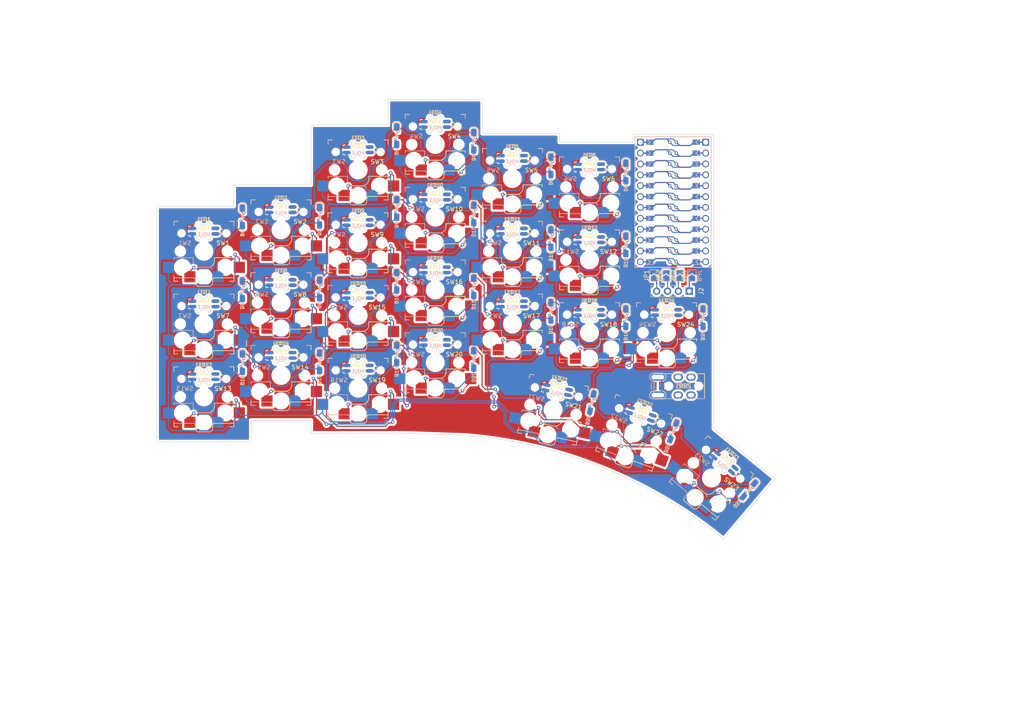
<source format=kicad_pcb>
(kicad_pcb (version 20211014) (generator pcbnew)
  (layers (0 "F.Cu" signal) (31 "B.Cu" signal) (34 "B.Paste" user) (35 "F.Paste" user) (36 "B.SilkS" user "B.Silkscreen") (37 "F.SilkS" user "F.Silkscreen") (38 "B.Mask" user) (39 "F.Mask" user) (44 "Edge.Cuts" user))
  (net 0 "")
  (net 1 "ROW0")
  (net 2 "Net-(D1-Pad2)")
  (net 3 "Net-(D2-Pad2)")
  (net 4 "Net-(D3-Pad2)")
  (net 5 "Net-(D4-Pad2)")
  (net 6 "Net-(D5-Pad2)")
  (net 7 "Net-(D6-Pad2)")
  (net 8 "ROW1")
  (net 9 "Net-(D7-Pad2)")
  (net 10 "Net-(D8-Pad2)")
  (net 11 "Net-(D9-Pad2)")
  (net 12 "Net-(D10-Pad2)")
  (net 13 "Net-(D11-Pad2)")
  (net 14 "Net-(D12-Pad2)")
  (net 15 "ROW2")
  (net 16 "Net-(D13-Pad2)")
  (net 17 "Net-(D14-Pad2)")
  (net 18 "Net-(D15-Pad2)")
  (net 19 "Net-(D16-Pad2)")
  (net 20 "Net-(D17-Pad2)")
  (net 21 "Net-(D18-Pad2)")
  (net 22 "ROW3")
  (net 23 "Net-(D19-Pad2)")
  (net 24 "Net-(D20-Pad2)")
  (net 25 "Net-(D21-Pad2)")
  (net 26 "Net-(D22-Pad2)")
  (net 27 "Net-(D23-Pad2)")
  (net 28 "Net-(D24-Pad2)")
  (net 29 "GND")
  (net 30 "Net-(LED1-Pad1)")
  (net 31 "VDD")
  (net 32 "LED")
  (net 33 "Net-(LED2-Pad1)")
  (net 34 "Net-(LED3-Pad1)")
  (net 35 "Net-(LED4-Pad1)")
  (net 36 "Net-(LED5-Pad1)")
  (net 37 "Net-(LED6-Pad1)")
  (net 38 "Net-(LED7-Pad1)")
  (net 39 "Net-(LED8-Pad1)")
  (net 40 "Net-(LED10-Pad3)")
  (net 41 "Net-(LED10-Pad1)")
  (net 42 "Net-(LED11-Pad1)")
  (net 43 "Net-(LED12-Pad1)")
  (net 44 "Net-(LED13-Pad1)")
  (net 45 "Net-(LED14-Pad1)")
  (net 46 "Net-(LED15-Pad1)")
  (net 47 "Net-(LED16-Pad1)")
  (net 48 "Net-(LED17-Pad1)")
  (net 49 "Net-(LED18-Pad1)")
  (net 50 "Net-(LED19-Pad1)")
  (net 51 "Net-(LED20-Pad1)")
  (net 52 "Net-(LED21-Pad1)")
  (net 53 "Net-(LED22-Pad1)")
  (net 54 "Net-(LED23-Pad1)")
  (net 55 "COL0")
  (net 56 "COL1")
  (net 57 "COL2")
  (net 58 "COL3")
  (net 59 "COL4")
  (net 60 "COL5")
  (net 83 "Net-(J2-Pad1)")
  (net 84 "Net-(J2-Pad2)")
  (net 85 "Net-(J2-Pad3)")
  (net 86 "Net-(J2-Pad4)")
  (net 87 "VCC")
  (net 88 "SCL")
  (net 89 "SDA")
  (footprint "tufourn-components:Kailh_socket_PG1350_reversible" (layer "F.Cu") (at 145.5 61.5)
    (fp_text reference "SW5")
    (fp_text value "Choc")
  )
  (footprint "reversible-kicad-footprints:D_SOD-123" (layer "F.Cu") (at 200.75 134.25 -130)
    (fp_text reference "D23")
    (fp_text value "1n4148")
  )
  (footprint "reversible-kicad-footprints:D_SOD-123" (layer "F.Cu") (at 136.5 103.75 -90)
    (fp_text reference "D20")
    (fp_text value "1n4148")
  )
  (footprint "tufourn-components:Kailh_socket_PG1350_reversible" (layer "F.Cu") (at 163.5 80.5)
    (fp_text reference "SW12")
    (fp_text value "Choc")
  )
  (footprint "tufourn-components:Kailh_socket_PG1350_reversible" (layer "F.Cu") (at 109.5 59.5)
    (fp_text reference "SW3")
    (fp_text value "Choc")
  )
  (footprint "tufourn-components:SK6812Mini-E" (layer "F.Cu") (at 91.5 68.8 180)
    (fp_text reference "LED2")
    (fp_text value "SK6812MINI-E")
    (fp_line (start -0.65 1.45) (end 0.65 1.45) (layer "Edge.Cuts") (width 0.1))
    (fp_line (start -1.7 -1.5) (end -1.7 1.5) (layer "Edge.Cuts") (width 0.1))
    (fp_line (start -0.65 -1.45) (end 0.65 -1.45) (layer "Edge.Cuts") (width 0.1))
    (fp_line (start 1.7 1.5) (end 1.7 -1.5) (layer "Edge.Cuts") (width 0.1))
    (fp_arc (start 0.7 -1.5) (mid 1.2 -2) (end 1.7 -1.5) (layer "Edge.Cuts") (width 0.1))
    (fp_arc (start -0.7 1.5) (mid -0.685355 1.464645) (end -0.65 1.45) (layer "Edge.Cuts") (width 0.1))
    (fp_arc (start 0.7 -1.5) (mid 0.685355 -1.464645) (end 0.65 -1.45) (layer "Edge.Cuts") (width 0.1))
    (fp_arc (start 1.7 1.5) (mid 1.2 2) (end 0.7 1.5) (layer "Edge.Cuts") (width 0.1))
    (fp_arc (start -1.7 -1.5) (mid -1.2 -2) (end -0.7 -1.5) (layer "Edge.Cuts") (width 0.1))
    (fp_arc (start 0.65 1.45) (mid 0.685355 1.464645) (end 0.7 1.5) (layer "Edge.Cuts") (width 0.1))
    (fp_arc (start -0.7 1.5) (mid -1.2 2) (end -1.7 1.5) (layer "Edge.Cuts") (width 0.1))
    (fp_arc (start -0.65 -1.45) (mid -0.685355 -1.464645) (end -0.7 -1.5) (layer "Edge.Cuts") (width 0.1))
  )
  (footprint "tufourn-components:Kailh_socket_PG1350_reversible" (layer "F.Cu") (at 91.5 107.5)
    (fp_text reference "SW14")
    (fp_text value "Choc")
  )
  (footprint "tufourn-components:SK6812Mini-E" (layer "F.Cu") (at 145.5 56.8 180)
    (fp_text reference "LED5")
    (fp_text value "SK6812MINI-E")
    (fp_line (start -0.65 -1.45) (end 0.65 -1.45) (layer "Edge.Cuts") (width 0.1))
    (fp_line (start -0.65 1.45) (end 0.65 1.45) (layer "Edge.Cuts") (width 0.1))
    (fp_line (start 1.7 1.5) (end 1.7 -1.5) (layer "Edge.Cuts") (width 0.1))
    (fp_line (start -1.7 -1.5) (end -1.7 1.5) (layer "Edge.Cuts") (width 0.1))
    (fp_arc (start -1.7 -1.5) (mid -1.2 -2) (end -0.7 -1.5) (layer "Edge.Cuts") (width 0.1))
    (fp_arc (start 0.65 1.45) (mid 0.685355 1.464645) (end 0.7 1.5) (layer "Edge.Cuts") (width 0.1))
    (fp_arc (start -0.7 1.5) (mid -1.2 2) (end -1.7 1.5) (layer "Edge.Cuts") (width 0.1))
    (fp_arc (start 0.7 -1.5) (mid 0.685355 -1.464645) (end 0.65 -1.45) (layer "Edge.Cuts") (width 0.1))
    (fp_arc (start -0.65 -1.45) (mid -0.685355 -1.464645) (end -0.7 -1.5) (layer "Edge.Cuts") (width 0.1))
    (fp_arc (start -0.7 1.5) (mid -0.685355 1.464645) (end -0.65 1.45) (layer "Edge.Cuts") (width 0.1))
    (fp_arc (start 0.7 -1.5) (mid 1.2 -2) (end 1.7 -1.5) (layer "Edge.Cuts") (width 0.1))
    (fp_arc (start 1.7 1.5) (mid 1.2 2) (end 0.7 1.5) (layer "Edge.Cuts") (width 0.1))
  )
  (footprint "tufourn-components:SK6812Mini-E" (layer "F.Cu") (at 91.5 85.8 180)
    (fp_text reference "LED8")
    (fp_text value "SK6812MINI-E")
    (fp_line (start -0.65 1.45) (end 0.65 1.45) (layer "Edge.Cuts") (width 0.1))
    (fp_line (start 1.7 1.5) (end 1.7 -1.5) (layer "Edge.Cuts") (width 0.1))
    (fp_line (start -1.7 -1.5) (end -1.7 1.5) (layer "Edge.Cuts") (width 0.1))
    (fp_line (start -0.65 -1.45) (end 0.65 -1.45) (layer "Edge.Cuts") (width 0.1))
    (fp_arc (start -0.7 1.5) (mid -0.685355 1.464645) (end -0.65 1.45) (layer "Edge.Cuts") (width 0.1))
    (fp_arc (start -0.7 1.5) (mid -1.2 2) (end -1.7 1.5) (layer "Edge.Cuts") (width 0.1))
    (fp_arc (start 0.7 -1.5) (mid 1.2 -2) (end 1.7 -1.5) (layer "Edge.Cuts") (width 0.1))
    (fp_arc (start -1.7 -1.5) (mid -1.2 -2) (end -0.7 -1.5) (layer "Edge.Cuts") (width 0.1))
    (fp_arc (start -0.65 -1.45) (mid -0.685355 -1.464645) (end -0.7 -1.5) (layer "Edge.Cuts") (width 0.1))
    (fp_arc (start 0.65 1.45) (mid 0.685355 1.464645) (end 0.7 1.5) (layer "Edge.Cuts") (width 0.1))
    (fp_arc (start 0.7 -1.5) (mid 0.685355 -1.464645) (end 0.65 -1.45) (layer "Edge.Cuts") (width 0.1))
    (fp_arc (start 1.7 1.5) (mid 1.2 2) (end 0.7 1.5) (layer "Edge.Cuts") (width 0.1))
  )
  (footprint "tufourn-components:SK6812Mini-E" (layer "F.Cu") (at 145.5 73.8 180)
    (fp_text reference "LED11")
    (fp_text value "SK6812MINI-E")
    (fp_line (start -0.65 -1.45) (end 0.65 -1.45) (layer "Edge.Cuts") (width 0.1))
    (fp_line (start -0.65 1.45) (end 0.65 1.45) (layer "Edge.Cuts") (width 0.1))
    (fp_line (start -1.7 -1.5) (end -1.7 1.5) (layer "Edge.Cuts") (width 0.1))
    (fp_line (start 1.7 1.5) (end 1.7 -1.5) (layer "Edge.Cuts") (width 0.1))
    (fp_arc (start 1.7 1.5) (mid 1.2 2) (end 0.7 1.5) (layer "Edge.Cuts") (width 0.1))
    (fp_arc (start -0.65 -1.45) (mid -0.685355 -1.464645) (end -0.7 -1.5) (layer "Edge.Cuts") (width 0.1))
    (fp_arc (start -1.7 -1.5) (mid -1.2 -2) (end -0.7 -1.5) (layer "Edge.Cuts") (width 0.1))
    (fp_arc (start 0.7 -1.5) (mid 0.685355 -1.464645) (end 0.65 -1.45) (layer "Edge.Cuts") (width 0.1))
    (fp_arc (start -0.7 1.5) (mid -1.2 2) (end -1.7 1.5) (layer "Edge.Cuts") (width 0.1))
    (fp_arc (start 0.65 1.45) (mid 0.685355 1.464645) (end 0.7 1.5) (layer "Edge.Cuts") (width 0.1))
    (fp_arc (start 0.7 -1.5) (mid 1.2 -2) (end 1.7 -1.5) (layer "Edge.Cuts") (width 0.1))
    (fp_arc (start -0.7 1.5) (mid -0.685355 1.464645) (end -0.65 1.45) (layer "Edge.Cuts") (width 0.1))
  )
  (footprint "tufourn-components:Kailh_socket_PG1350_reversible" (layer "F.Cu") (at 173.892506 120.916555 -20)
    (fp_text reference "SW22")
    (fp_text value "Choc")
  )
  (footprint "reversible-kicad-footprints:D_SOD-123" (layer "F.Cu") (at 82.5 70.5 -90)
    (fp_text reference "D1")
    (fp_text value "1n4148")
  )
  (footprint "tufourn-components:Kailh_socket_PG1350_reversible" (layer "F.Cu") (at 109.5 110.5)
    (fp_text reference "SW19")
    (fp_text value "Choc")
  )
  (footprint "reversible-kicad-footprints:D_SOD-123" (layer "F.Cu") (at 118.5 68.5 -90)
    (fp_text reference "D9")
    (fp_text value "1n4148")
  )
  (footprint "Jumper:SolderJumper-2_P1.3mm_Open_TrianglePad1.0x1.5mm" (layer "F.Cu") (at 181.4 84.2 90)
    (fp_text reference "JP2")
    (fp_text value "SJ")
  )
  (footprint "Jumper:SolderJumper-2_P1.3mm_Open_TrianglePad1.0x1.5mm" (layer "F.Cu") (at 184.6 84.2 90)
    (fp_text reference "JP3")
    (fp_text value "SJ")
  )
  (footprint "reversible-kicad-footprints:D_SOD-123" (layer "F.Cu") (at 172 77 -90)
    (fp_text reference "D12")
    (fp_text value "1n4148")
  )
  (footprint "tufourn-components:SK6812Mini-E" (layer "F.Cu") (at 109.5 54.8 180)
    (fp_text reference "LED3")
    (fp_text value "SK6812MINI-E")
    (fp_line (start -1.7 -1.5) (end -1.7 1.5) (layer "Edge.Cuts") (width 0.1))
    (fp_line (start -0.65 -1.45) (end 0.65 -1.45) (layer "Edge.Cuts") (width 0.1))
    (fp_line (start -0.65 1.45) (end 0.65 1.45) (layer "Edge.Cuts") (width 0.1))
    (fp_line (start 1.7 1.5) (end 1.7 -1.5) (layer "Edge.Cuts") (width 0.1))
    (fp_arc (start -0.7 1.5) (mid -0.685355 1.464645) (end -0.65 1.45) (layer "Edge.Cuts") (width 0.1))
    (fp_arc (start 1.7 1.5) (mid 1.2 2) (end 0.7 1.5) (layer "Edge.Cuts") (width 0.1))
    (fp_arc (start -0.65 -1.45) (mid -0.685355 -1.464645) (end -0.7 -1.5) (layer "Edge.Cuts") (width 0.1))
    (fp_arc (start 0.7 -1.5) (mid 1.2 -2) (end 1.7 -1.5) (layer "Edge.Cuts") (width 0.1))
    (fp_arc (start -1.7 -1.5) (mid -1.2 -2) (end -0.7 -1.5) (layer "Edge.Cuts") (width 0.1))
    (fp_arc (start 0.65 1.45) (mid 0.685355 1.464645) (end 0.7 1.5) (layer "Edge.Cuts") (width 0.1))
    (fp_arc (start 0.7 -1.5) (mid 0.685355 -1.464645) (end 0.65 -1.45) (layer "Edge.Cuts") (width 0.1))
    (fp_arc (start -0.7 1.5) (mid -1.2 2) (end -1.7 1.5) (layer "Edge.Cuts") (width 0.1))
  )
  (footprint "reversible-kicad-footprints:D_SOD-123" (layer "F.Cu") (at 164.041946 113.843733 -102)
    (fp_text reference "D21")
    (fp_text value "1n4148")
  )
  (footprint "tufourn-components:SK6812Mini-E" (layer "F.Cu") (at 127.5 65.85 180)
    (fp_text reference "LED10")
    (fp_text value "SK6812MINI-E")
    (fp_line (start -0.65 1.45) (end 0.65 1.45) (layer "Edge.Cuts") (width 0.1))
    (fp_line (start -0.65 -1.45) (end 0.65 -1.45) (layer "Edge.Cuts") (width 0.1))
    (fp_line (start -1.7 -1.5) (end -1.7 1.5) (layer "Edge.Cuts") (width 0.1))
    (fp_line (start 1.7 1.5) (end 1.7 -1.5) (layer "Edge.Cuts") (width 0.1))
    (fp_arc (start 0.7 -1.5) (mid 1.2 -2) (end 1.7 -1.5) (layer "Edge.Cuts") (width 0.1))
    (fp_arc (start 0.7 -1.5) (mid 0.685355 -1.464645) (end 0.65 -1.45) (layer "Edge.Cuts") (width 0.1))
    (fp_arc (start -0.65 -1.45) (mid -0.685355 -1.464645) (end -0.7 -1.5) (layer "Edge.Cuts") (width 0.1))
    (fp_arc (start -0.7 1.5) (mid -0.685355 1.464645) (end -0.65 1.45) (layer "Edge.Cuts") (width 0.1))
    (fp_arc (start -0.7 1.5) (mid -1.2 2) (end -1.7 1.5) (layer "Edge.Cuts") (width 0.1))
    (fp_arc (start -1.7 -1.5) (mid -1.2 -2) (end -0.7 -1.5) (layer "Edge.Cuts") (width 0.1))
    (fp_arc (start 1.7 1.5) (mid 1.2 2) (end 0.7 1.5) (layer "Edge.Cuts") (width 0.1))
    (fp_arc (start 0.65 1.45) (mid 0.685355 1.464645) (end 0.7 1.5) (layer "Edge.Cuts") (width 0.1))
  )
  (footprint "tufourn-components:Kailh_socket_PG1350_reversible" (layer "F.Cu") (at 91.5 73.5)
    (fp_text reference "SW2")
    (fp_text value "Choc")
  )
  (footprint "tufourn-components:SK6812Mini-E" (layer "F.Cu") (at 127.5 48.85 180)
    (fp_text reference "LED4")
    (fp_text value "SK6812MINI-E")
    (fp_line (start -0.65 1.45) (end 0.65 1.45) (layer "Edge.Cuts") (width 0.1))
    (fp_line (start -0.65 -1.45) (end 0.65 -1.45) (layer "Edge.Cuts") (width 0.1))
    (fp_line (start 1.7 1.5) (end 1.7 -1.5) (layer "Edge.Cuts") (width 0.1))
    (fp_line (start -1.7 -1.5) (end -1.7 1.5) (layer "Edge.Cuts") (width 0.1))
    (fp_arc (start 0.65 1.45) (mid 0.685355 1.464645) (end 0.7 1.5) (layer "Edge.Cuts") (width 0.1))
    (fp_arc (start 1.7 1.5) (mid 1.2 2) (end 0.7 1.5) (layer "Edge.Cuts") (width 0.1))
    (fp_arc (start -0.7 1.5) (mid -1.2 2) (end -1.7 1.5) (layer "Edge.Cuts") (width 0.1))
    (fp_arc (start -1.7 -1.5) (mid -1.2 -2) (end -0.7 -1.5) (layer "Edge.Cuts") (width 0.1))
    (fp_arc (start 0.7 -1.5) (mid 1.2 -2) (end 1.7 -1.5) (layer "Edge.Cuts") (width 0.1))
    (fp_arc (start -0.65 -1.45) (mid -0.685355 -1.464645) (end -0.7 -1.5) (layer "Edge.Cuts") (width 0.1))
    (fp_arc (start -0.7 1.5) (mid -0.685355 1.464645) (end -0.65 1.45) (layer "Edge.Cuts") (width 0.1))
    (fp_arc (start 0.7 -1.5) (mid 0.685355 -1.464645) (end 0.65 -1.45) (layer "Edge.Cuts") (width 0.1))
  )
  (footprint "tufourn-components:SK6812Mini-E" (layer "F.Cu") (at 73.5 107.8 180)
    (fp_text reference "LED13")
    (fp_text value "SK6812MINI-E")
    (fp_line (start -0.65 1.45) (end 0.65 1.45) (layer "Edge.Cuts") (width 0.1))
    (fp_line (start -1.7 -1.5) (end -1.7 1.5) (layer "Edge.Cuts") (width 0.1))
    (fp_line (start 1.7 1.5) (end 1.7 -1.5) (layer "Edge.Cuts") (width 0.1))
    (fp_line (start -0.65 -1.45) (end 0.65 -1.45) (layer "Edge.Cuts") (width 0.1))
    (fp_arc (start 0.7 -1.5) (mid 0.685355 -1.464645) (end 0.65 -1.45) (layer "Edge.Cuts") (width 0.1))
    (fp_arc (start 1.7 1.5) (mid 1.2 2) (end 0.7 1.5) (layer "Edge.Cuts") (width 0.1))
    (fp_arc (start 0.7 -1.5) (mid 1.2 -2) (end 1.7 -1.5) (layer "Edge.Cuts") (width 0.1))
    (fp_arc (start 0.65 1.45) (mid 0.685355 1.464645) (end 0.7 1.5) (layer "Edge.Cuts") (width 0.1))
    (fp_arc (start -0.65 -1.45) (mid -0.685355 -1.464645) (end -0.7 -1.5) (layer "Edge.Cuts") (width 0.1))
    (fp_arc (start -0.7 1.5) (mid -1.2 2) (end -1.7 1.5) (layer "Edge.Cuts") (width 0.1))
    (fp_arc (start -1.7 -1.5) (mid -1.2 -2) (end -0.7 -1.5) (layer "Edge.Cuts") (width 0.1))
    (fp_arc (start -0.7 1.5) (mid -0.685355 1.464645) (end -0.65 1.45) (layer "Edge.Cuts") (width 0.1))
  )
  (footprint "tufourn-components:Kailh_socket_PG1350_reversible" (layer "F.Cu") (at 145.5 95.5)
    (fp_text reference "SW17")
    (fp_text value "Choc")
  )
  (footprint "Connector_PinSocket_2.54mm:PinSocket_1x04_P2.54mm_Vertical" (layer "F.Cu") (at 186.8 87.825 -90)
    (fp_text reference "J2")
    (fp_text value "OLED")
  )
  (footprint "reversible-kicad-footprints:D_SOD-123" (layer "F.Cu") (at 154.5 58.5325 -90)
    (fp_text reference "D5")
    (fp_text value "1n4148")
  )
  (footprint "tufourn-components:Kailh_socket_PG1350_reversible" (layer "F.Cu") (at 109.5 76.5)
    (fp_text reference "SW9")
    (fp_text value "Choc")
  )
  (footprint "reversible-kicad-footprints:D_SOD-123" (layer "F.Cu") (at 100.5 87.319 -90)
    (fp_text reference "D8")
    (fp_text value "1n4148")
  )
  (footprint "tufourn-components:Kailh_socket_PG1350_reversible" (layer "F.Cu") (at 127.5 104.5)
    (fp_text reference "SW20")
    (fp_text value "Choc")
  )
  (footprint "tufourn-components:SK6812Mini-E" (layer "F.Cu") (at 109.5 88.8 180)
    (fp_text reference "LED15")
    (fp_text value "SK6812MINI-E")
    (fp_line (start -0.65 1.45) (end 0.65 1.45) (layer "Edge.Cuts") (width 0.1))
    (fp_line (start -1.7 -1.5) (end -1.7 1.5) (layer "Edge.Cuts") (width 0.1))
    (fp_line (start -0.65 -1.45) (end 0.65 -1.45) (layer "Edge.Cuts") (width 0.1))
    (fp_line (start 1.7 1.5) (end 1.7 -1.5) (layer "Edge.Cuts") (width 0.1))
    (fp_arc (start 0.7 -1.5) (mid 1.2 -2) (end 1.7 -1.5) (layer "Edge.Cuts") (width 0.1))
    (fp_arc (start 1.7 1.5) (mid 1.2 2) (end 0.7 1.5) (layer "Edge.Cuts") (width 0.1))
    (fp_arc (start 0.7 -1.5) (mid 0.685355 -1.464645) (end 0.65 -1.45) (layer "Edge.Cuts") (width 0.1))
    (fp_arc (start -0.7 1.5) (mid -0.685355 1.464645) (end -0.65 1.45) (layer "Edge.Cuts") (width 0.1))
    (fp_arc (start -1.7 -1.5) (mid -1.2 -2) (end -0.7 -1.5) (layer "Edge.Cuts") (width 0.1))
    (fp_arc (start -0.65 -1.45) (mid -0.685355 -1.464645) (end -0.7 -1.5) (layer "Edge.Cuts") (width 0.1))
    (fp_arc (start -0.7 1.5) (mid -1.2 2) (end -1.7 1.5) (layer "Edge.Cuts") (width 0.1))
    (fp_arc (start 0.65 1.45) (mid 0.685355 1.464645) (end 0.7 1.5) (layer "Edge.Cuts") (width 0.1))
  )
  (footprint "tufourn-components:Kailh_socket_PG1350_reversible" (layer "F.Cu") (at 127.5 87.55)
    (fp_text reference "SW16")
    (fp_text value "Choc")
  )
  (footprint "reversible-kicad-footprints:D_SOD-123" (layer "F.Cu") (at 154.5 92.5325 -90)
    (fp_text reference "D17")
    (fp_text value "1n4148")
  )
  (footprint "reversible-kicad-footprints:D_SOD-123" (layer "F.Cu") (at 82.5 87.5 -90)
    (fp_text reference "D7")
    (fp_text value "1n4148")
  )
  (footprint "tufourn-components:SK6812Mini-E" (layer "F.Cu") (at 145.5 90.8 180)
    (fp_text reference "LED17")
    (fp_text value "SK6812MINI-E")
    (fp_line (start -0.65 1.45) (end 0.65 1.45) (layer "Edge.Cuts") (width 0.1))
    (fp_line (start -0.65 -1.45) (end 0.65 -1.45) (layer "Edge.Cuts") (width 0.1))
    (fp_line (start 1.7 1.5) (end 1.7 -1.5) (layer "Edge.Cuts") (width 0.1))
    (fp_line (start -1.7 -1.5) (end -1.7 1.5) (layer "Edge.Cuts") (width 0.1))
    (fp_arc (start 1.7 1.5) (mid 1.2 2) (end 0.7 1.5) (layer "Edge.Cuts") (width 0.1))
    (fp_arc (start -1.7 -1.5) (mid -1.2 -2) (end -0.7 -1.5) (layer "Edge.Cuts") (width 0.1))
    (fp_arc (start -0.7 1.5) (mid -0.685355 1.464645) (end -0.65 1.45) (layer "Edge.Cuts") (width 0.1))
    (fp_arc (start 0.65 1.45) (mid 0.685355 1.464645) (end 0.7 1.5) (layer "Edge.Cuts") (width 0.1))
    (fp_arc (start -0.7 1.5) (mid -1.2 2) (end -1.7 1.5) (layer "Edge.Cuts") (width 0.1))
    (fp_arc (start -0.65 -1.45) (mid -0.685355 -1.464645) (end -0.7 -1.5) (layer "Edge.Cuts") (width 0.1))
    (fp_arc (start 0.7 -1.5) (mid 1.2 -2) (end 1.7 -1.5) (layer "Edge.Cuts") (width 0.1))
    (fp_arc (start 0.7 -1.5) (mid 0.685355 -1.464645) (end 0.65 -1.45) (layer "Edge.Cuts") (width 0.1))
  )
  (footprint "reversible-kicad-footprints:D_SOD-123" (layer "F.Cu") (at 136.5 69.8 -90)
    (fp_text reference "D10")
    (fp_text value "1n4148")
  )
  (footprint "tufourn-components:SK6812Mini-E" (layer "F.Cu") (at 181.5 92.8 180)
    (fp_text reference "LED24")
    (fp_text value "SK6812MINI-E")
    (fp_line (start -0.65 1.45) (end 0.65 1.45) (layer "Edge.Cuts") (width 0.1))
    (fp_line (start 1.7 1.5) (end 1.7 -1.5) (layer "Edge.Cuts") (width 0.1))
    (fp_line (start -0.65 -1.45) (end 0.65 -1.45) (layer "Edge.Cuts") (width 0.1))
    (fp_line (start -1.7 -1.5) (end -1.7 1.5) (layer "Edge.Cuts") (width 0.1))
    (fp_arc (start -0.7 1.5) (mid -0.685355 1.464645) (end -0.65 1.45) (layer "Edge.Cuts") (width 0.1))
    (fp_arc (start -0.7 1.5) (mid -1.2 2) (end -1.7 1.5) (layer "Edge.Cuts") (width 0.1))
    (fp_arc (start 0.7 -1.5) (mid 0.685355 -1.464645) (end 0.65 -1.45) (layer "Edge.Cuts") (width 0.1))
    (fp_arc (start 1.7 1.5) (mid 1.2 2) (end 0.7 1.5) (layer "Edge.Cuts") (width 0.1))
    (fp_arc (start -0.65 -1.45) (mid -0.685355 -1.464645) (end -0.7 -1.5) (layer "Edge.Cuts") (width 0.1))
    (fp_arc (start 0.7 -1.5) (mid 1.2 -2) (end 1.7 -1.5) (layer "Edge.Cuts") (width 0.1))
    (fp_arc (start 0.65 1.45) (mid 0.685355 1.464645) (end 0.7 1.5) (layer "Edge.Cuts") (width 0.1))
    (fp_arc (start -1.7 -1.5) (mid -1.2 -2) (end -0.7 -1.5) (layer "Edge.Cuts") (width 0.1))
  )
  (footprint "Jumper:SolderJumper-2_P1.3mm_Open_TrianglePad1.0x1.5mm" (layer "F.Cu") (at 178.6 84.2 90)
    (fp_text reference "JP1")
    (fp_text value "SJ")
  )
  (footprint "reversible-kicad-footprints:D_SOD-123" (layer "F.Cu") (at 118.5 51.5 -90)
    (fp_text reference "D3")
    (fp_text value "1n4148")
  )
  (footprint "reversible-kicad-footprints:D_SOD-123" (layer "F.Cu") (at 118.5 85.5 -90)
    (fp_text reference "D15")
    (fp_text value "1n4148")
  )
  (footprint "reversible-kicad-footprints:D_SOD-123" (layer "F.Cu") (at 118.5 102.5 -90)
    (fp_text reference "D19")
    (fp_text value "1n4148")
  )
  (footprint "tufourn-components:Kailh_socket_PG1350_reversible" (layer "F.Cu") (at 191.988865 131.467462 -40)
    (fp_text reference "SW23")
    (fp_text value "Choc")
  )
  (footprint "reversible-kicad-footprints:D_SOD-123" (layer "F.Cu") (at 183.076964 120.534802 -110)
    (fp_text reference "D22")
    (fp_text value "1n4148")
  )
  (footprint "tufourn-components:Kailh_socket_PG1350_reversible" (layer "F.Cu") (at 73.5 112.5)
    (fp_text reference "SW13")
    (fp_text value "Choc")
  )
  (footprint "reversible-kicad-footprints:D_SOD-123" (layer "F.Cu") (at 136.5 86.8 -90)
    (fp_text reference "D16")
    (fp_text value "1n4148")
  )
  (footprint "tufourn-components:SK6812Mini-E" (layer "F.Cu") (at 163.5 92.8 180)
    (fp_text reference "LED18")
    (fp_text value "SK6812MINI-E")
    (fp_line (start 1.7 1.5) (end 1.7 -1.5) (layer "Edge.Cuts") (width 0.1))
    (fp_line (start -0.65 1.45) (end 0.65 1.45) (layer "Edge.Cuts") (width 0.1))
    (fp_line (start -1.7 -1.5) (end -1.7 1.5) (layer "Edge.Cuts") (width 0.1))
    (fp_line (start -0.65 -1.45) (end 0.65 -1.45) (layer "Edge.Cuts") (width 0.1))
    (fp_arc (start -0.7 1.5) (mid -1.2 2) (end -1.7 1.5) (layer "Edge.Cuts") (width 0.1))
    (fp_arc (start 0.65 1.45) (mid 0.685355 1.464645) (end 0.7 1.5) (layer "Edge.Cuts") (width 0.1))
    (fp_arc (start -0.7 1.5) (mid -0.685355 1.464645) (end -0.65 1.45) (layer "Edge.Cuts") (width 0.1))
    (fp_arc (start 1.7 1.5) (mid 1.2 2) (end 0.7 1.5) (layer "Edge.Cuts") (width 0.1))
    (fp_arc (start 0.7 -1.5) (mid 0.685355 -1.464645) (end 0.65 -1.45) (layer "Edge.Cuts") (width 0.1))
    (fp_arc (start -1.7 -1.5) (mid -1.2 -2) (end -0.7 -1.5) (layer "Edge.Cuts") (width 0.1))
    (fp_arc (start 0.7 -1.5) (mid 1.2 -2) (end 1.7 -1.5) (layer "Edge.Cuts") (width 0.1))
    (fp_arc (start -0.65 -1.45) (mid -0.685355 -1.464645) (end -0.7 -1.5) (layer "Edge.Cuts") (width 0.1))
  )
  (footprint "tufourn-components:SK6812Mini-E" (layer "F.Cu") (at 109.5 105.8 180)
    (fp_text reference "LED19")
    (fp_text value "SK6812MINI-E")
    (fp_line (start -0.65 -1.45) (end 0.65 -1.45) (layer "Edge.Cuts") (width 0.1))
    (fp_line (start -1.7 -1.5) (end -1.7 1.5) (layer "Edge.Cuts") (width 0.1))
    (fp_line (start 1.7 1.5) (end 1.7 -1.5) (layer "Edge.Cuts") (width 0.1))
    (fp_line (start -0.65 1.45) (end 0.65 1.45) (layer "Edge.Cuts") (width 0.1))
    (fp_arc (start -0.65 -1.45) (mid -0.685355 -1.464645) (end -0.7 -1.5) (layer "Edge.Cuts") (width 0.1))
    (fp_arc (start -1.7 -1.5) (mid -1.2 -2) (end -0.7 -1.5) (layer "Edge.Cuts") (width 0.1))
    (fp_arc (start -0.7 1.5) (mid -1.2 2) (end -1.7 1.5) (layer "Edge.Cuts") (width 0.1))
    (fp_arc (start 0.65 1.45) (mid 0.685355 1.464645) (end 0.7 1.5) (layer "Edge.Cuts") (width 0.1))
    (fp_arc (start 0.7 -1.5) (mid 0.685355 -1.464645) (end 0.65 -1.45) (layer "Edge.Cuts") (width 0.1))
    (fp_arc (start 0.7 -1.5) (mid 1.2 -2) (end 1.7 -1.5) (layer "Edge.Cuts") (width 0.1))
    (fp_arc (start -0.7 1.5) (mid -0.685355 1.464645) (end -0.65 1.45) (layer "Edge.Cuts") (width 0.1))
    (fp_arc (start 1.7 1.5) (mid 1.2 2) (end 0.7 1.5) (layer "Edge.Cuts") (width 0.1))
  )
  (footprint "tufourn-components:Kailh_socket_PG1350_reversible" (layer "F.Cu") (at 127.5 70.55)
    (fp_text reference "SW10")
    (fp_text value "Choc")
  )
  (footprint "tufourn-components:Kailh_socket_PG1350_reversible" (layer "F.Cu") (at 73.5 78.5)
    (fp_text reference "SW1")
    (fp_text value "Choc")
  )
  (footprint "reversible-kicad-footprints:D_SOD-123" (layer "F.Cu") (at 172 60 -90)
    (fp_text reference "D6")
    (fp_text value "1n4148")
  )
  (footprint "Jumper:SolderJumper-2_P1.3mm_Open_TrianglePad1.0x1.5mm" (layer "F.Cu") (at 187.4 84.2 90)
    (fp_text reference "JP4")
    (fp_text value "SJ")
  )
  (footprint "tufourn-components:Kailh_socket_PG1350_reversible" (layer "F.Cu") (at 145.5 78.5)
    (fp_text reference "SW11")
    (fp_text value "Choc")
  )
  (footprint "tufourn-components:Kailh_socket_PG1350_reversible" (layer "F.Cu") (at 155 115.5 -12)
    (fp_text reference "SW21")
    (fp_text value "Choc")
  )
  (footprint "tufourn-components:SK6812Mini-E" (layer "F.Cu") (at 109.5 71.8 180)
    (fp_text reference "LED9")
    (fp_text value "SK6812MINI-E")
    (fp_line (start -1.7 -1.5) (end -1.7 1.5) (layer "Edge.Cuts") (width 0.1))
    (fp_line (start -0.65 1.45) (end 0.65 1.45) (layer "Edge.Cuts") (width 0.1))
    (fp_line (start 1.7 1.5) (end 1.7 -1.5) (layer "Edge.Cuts") (width 0.1))
    (fp_line (start -0.65 -1.45) (end 0.65 -1.45) (layer "Edge.Cuts") (width 0.1))
    (fp_arc (start 0.65 1.45) (mid 0.685355 1.464645) (end 0.7 1.5) (layer "Edge.Cuts") (width 0.1))
    (fp_arc (start -0.65 -1.45) (mid -0.685355 -1.464645) (end -0.7 -1.5) (layer "Edge.Cuts") (width 0.1))
    (fp_arc (start 0.7 -1.5) (mid 1.2 -2) (end 1.7 -1.5) (layer "Edge.Cuts") (width 0.1))
    (fp_arc (start -1.7 -1.5) (mid -1.2 -2) (end -0.7 -1.5) (layer "Edge.Cuts") (width 0.1))
    (fp_arc (start -0.7 1.5) (mid -0.685355 1.464645) (end -0.65 1.45) (layer "Edge.Cuts") (width 0.1))
    (fp_arc (start 1.7 1.5) (mid 1.2 2) (end 0.7 1.5) (layer "Edge.Cuts") (width 0.1))
    (fp_arc (start 0.7 -1.5) (mid 0.685355 -1.464645) (end 0.65 -1.45) (layer "Edge.Cuts") (width 0.1))
    (fp_arc (start -0.7 1.5) (mid -1.2 2) (end -1.7 1.5) (layer "Edge.Cuts") (width 0.1))
  )
  (footprint "tufourn-components:SK6812Mini-E" (layer "F.Cu") (at 127.5 99.8 180)
    (fp_text reference "LED20")
    (fp_text value "SK6812MINI-E")
    (fp_line (start -0.65 1.45) (end 0.65 1.45) (layer "Edge.Cuts") (width 0.1))
    (fp_line (start -0.65 -1.45) (end 0.65 -1.45) (layer "Edge.Cuts") (width 0.1))
    (fp_line (start 1.7 1.5) (end 1.7 -1.5) (layer "Edge.Cuts") (width 0.1))
    (fp_line (start -1.7 -1.5) (end -1.7 1.5) (layer "Edge.Cuts") (width 0.1))
    (fp_arc (start 0.7 -1.5) (mid 0.685355 -1.464645) (end 0.65 -1.45) (layer "Edge.Cuts") (width 0.1))
    (fp_arc (start 0.65 1.45) (mid 0.685355 1.464645) (end 0.7 1.5) (layer "Edge.Cuts") (width 0.1))
    (fp_arc (start 1.7 1.5) (mid 1.2 2) (end 0.7 1.5) (layer "Edge.Cuts") (width 0.1))
    (fp_arc (start -1.7 -1.5) (mid -1.2 -2) (end -0.7 -1.5) (layer "Edge.Cuts") (width 0.1))
    (fp_arc (start -0.7 1.5) (mid -1.2 2) (end -1.7 1.5) (layer "Edge.Cuts") (width 0.1))
    (fp_arc (start -0.7 1.5) (mid -0.685355 1.464645) (end -0.65 1.45) (layer "Edge.Cuts") (width 0.1))
    (fp_arc (start -0.65 -1.45) (mid -0.685355 -1.464645) (end -0.7 -1.5) (layer "Edge.Cuts") (width 0.1))
    (fp_arc (start 0.7 -1.5) (mid 1.2 -2) (end 1.7 -1.5) (layer "Edge.Cuts") (width 0.1))
  )
  (footprint "tufourn-components:Kailh_socket_PG1350_reversible" (layer "F.Cu") (at 163.5 63.5)
    (fp_text reference "SW6")
    (fp_text value "Choc")
  )
  (footprint "tufourn-components:Kailh_socket_PG1350_reversible" (layer "F.Cu") (at 109.5 93.5)
    (fp_text reference "SW15")
    (fp_text value "Choc")
  )
  (footprint "tufourn-components:SK6812Mini-E" (layer "F.Cu") (at 195.009968 127.867053 140)
    (fp_text reference "LED23")
    (fp_text value "SK6812MINI-E")
    (fp_line (start -1.7 -1.5) (end -1.7 1.5) (layer "Edge.Cuts") (width 0.1))
    (fp_line (start -0.65 -1.45) (end 0.65 -1.45) (layer "Edge.Cuts") (width 0.1))
    (fp_line (start 1.7 1.5) (end 1.7 -1.5) (layer "Edge.Cuts") (width 0.1))
    (fp_line (start -0.65 1.45) (end 0.65 1.45) (layer "Edge.Cuts") (width 0.1))
    (fp_arc (start -1.7 -1.5) (mid -1.2 -2) (end -0.7 -1.5) (layer "Edge.Cuts") (width 0.1))
    (fp_arc (start -0.7 1.5) (mid -1.2 2) (end -1.7 1.5) (layer "Edge.Cuts") (width 0.1))
    (fp_arc (start 0.65 1.45) (mid 0.685355 1.464644) (end 0.7 1.5) (layer "Edge.Cuts") (width 0.1))
    (fp_arc (start -0.7 1.5) (mid -0.685355 1.464645) (end -0.65 1.45) (layer "Edge.Cuts") (width 0.1))
    (fp_arc (start -0.65 -1.45) (mid -0.685355 -1.464645) (end -0.7 -1.5) (layer "Edge.Cuts") (width 0.1))
    (fp_arc (start 0.7 -1.5) (mid 0.685356 -1.464645) (end 0.65 -1.45) (layer "Edge.Cuts") (width 0.1))
    (fp_arc (start 0.7 -1.5) (mid 1.2 -2) (end 1.7 -1.5) (layer "Edge.Cuts") (width 0.1))
    (fp_arc (start 1.7 1.5) (mid 1.2 2) (end 0.7 1.5) (layer "Edge.Cuts") (width 0.1))
  )
  (footprint "tufourn-components:SK6812Mini-E" (layer "F.Cu") (at 73.5 90.8 180)
    (fp_text reference "LED7")
    (fp_text value "SK6812MINI-E")
    (fp_line (start -1.7 -1.5) (end -1.7 1.5) (layer "Edge.Cuts") (width 0.1))
    (fp_line (start -0.65 -1.45) (end 0.65 -1.45) (layer "Edge.Cuts") (width 0.1))
    (fp_line (start -0.65 1.45) (end 0.65 1.45) (layer "Edge.Cuts") (width 0.1))
    (fp_line (start 1.7 1.5) (end 1.7 -1.5) (layer "Edge.Cuts") (width 0.1))
    (fp_arc (start -0.7 1.5) (mid -1.2 2) (end -1.7 1.5) (layer "Edge.Cuts") (width 0.1))
    (fp_arc (start 1.7 1.5) (mid 1.2 2) (end 0.7 1.5) (layer "Edge.Cuts") (width 0.1))
    (fp_arc (start 0.65 1.45) (mid 0.685355 1.464645) (end 0.7 1.5) (layer "Edge.Cuts") (width 0.1))
    (fp_arc (start -1.7 -1.5) (mid -1.2 -2) (end -0.7 -1.5) (layer "Edge.Cuts") (width 0.1))
    (fp_arc (start 0.7 -1.5) (mid 0.685355 -1.464645) (end 0.65 -1.45) (layer "Edge.Cuts") (width 0.1))
    (fp_arc (start -0.7 1.5) (mid -0.685355 1.464645) (end -0.65 1.45) (layer "Edge.Cuts") (width 0.1))
    (fp_arc (start -0.65 -1.45) (mid -0.685355 -1.464645) (end -0.7 -1.5) (layer "Edge.Cuts") (width 0.1))
    (fp_arc (start 0.7 -1.5) (mid 1.2 -2) (end 1.7 -1.5) (layer "Edge.Cuts") (width 0.1))
  )
  (footprint "tufourn-components:SK6812Mini-E" (layer "F.Cu") (at 155.977185 110.902706 168)
    (fp_text reference "LED21")
    (fp_text value "SK6812MINI-E")
    (fp_line (start 1.7 1.5) (end 1.7 -1.5) (layer "Edge.Cuts") (width 0.1))
    (fp_line (start -0.65 1.45) (end 0.65 1.45) (layer "Edge.Cuts") (width 0.1))
    (fp_line (start -1.7 -1.5) (end -1.7 1.5) (layer "Edge.Cuts") (width 0.1))
    (fp_line (start -0.65 -1.45) (end 0.65 -1.45) (layer "Edge.Cuts") (width 0.1))
    (fp_arc (start -1.7 -1.5) (mid -1.200001 -2) (end -0.7 -1.5) (layer "Edge.Cuts") (width 0.1))
    (fp_arc (start 0.7 -1.5) (mid 1.2 -2) (end 1.7 -1.5) (layer "Edge.Cuts") (width 0.1))
    (fp_arc (start -0.7 1.5) (mid -1.2 2) (end -1.7 1.5) (layer "Edge.Cuts") (width 0.1))
    (fp_arc (start -0.65 -1.45) (mid -0.685355 -1.464645) (end -0.7 -1.5) (layer "Edge.Cuts") (width 0.1))
    (fp_arc (start 0.65 1.45) (mid 0.685355 1.464645) (end 0.7 1.5) (layer "Edge.Cuts") (width 0.1))
    (fp_arc (start -0.7 1.5) (mid -0.685355 1.464645) (end -0.65 1.45) (layer "Edge.Cuts") (width 0.1))
    (fp_arc (start 1.7 1.5) (mid 1.200001 2) (end 0.7 1.5) (layer "Edge.Cuts") (width 0.1))
    (fp_arc (start 0.7 -1.5) (mid 0.685356 -1.464645) (end 0.65 -1.45) (layer "Edge.Cuts") (width 0.1))
  )
  (footprint "reversible-kicad-footprints:D_SOD-123" (layer "F.Cu") (at 190 94 -90)
    (fp_text reference "D24")
    (fp_text value "1n4148")
  )
  (footprint "pro-micro:ProMicro" (layer "F.Cu") (at 183 67 -90)
    (fp_text reference "U1" hide)
    (fp_text value "ProMicro")
  )
  (footprint "tufourn-components:Kailh_socket_PG1350_reversible" (layer "F.Cu") (at 127.5 53.55)
    (fp_text reference "SW4")
    (fp_text value "Choc")
  )
  (footprint "tufourn-components:SK6812Mini-E" (layer "F.Cu") (at 163.5 75.8 180)
    (fp_text reference "LED12")
    (fp_text value "SK6812MINI-E")
    (fp_line (start -1.7 -1.5) (end -1.7 1.5) (layer "Edge.Cuts") (width 0.1))
    (fp_line (start -0.65 1.45) (end 0.65 1.45) (layer "Edge.Cuts") (width 0.1))
    (fp_line (start 1.7 1.5) (end 1.7 -1.5) (layer "Edge.Cuts") (width 0.1))
    (fp_line (start -0.65 -1.45) (end 0.65 -1.45) (layer "Edge.Cuts") (width 0.1))
    (fp_arc (start 0.7 -1.5) (mid 1.2 -2) (end 1.7 -1.5) (layer "Edge.Cuts") (width 0.1))
    (fp_arc (start -0.7 1.5) (mid -1.2 2) (end -1.7 1.5) (layer "Edge.Cuts") (width 0.1))
    (fp_arc (start 1.7 1.5) (mid 1.2 2) (end 0.7 1.5) (layer "Edge.Cuts") (width 0.1))
    (fp_arc (start -0.65 -1.45) (mid -0.685355 -1.464645) (end -0.7 -1.5) (layer "Edge.Cuts") (width 0.1))
    (fp_arc (start -0.7 1.5) (mid -0.685355 1.464645) (end -0.65 1.45) (layer "Edge.Cuts") (width 0.1))
    (fp_arc (start 0.7 -1.5) (mid 0.685355 -1.464645) (end 0.65 -1.45) (layer "Edge.Cuts") (width 0.1))
    (fp_arc (start -1.7 -1.5) (mid -1.2 -2) (end -0.7 -1.5) (layer "Edge.Cuts") (width 0.1))
    (fp_arc (start 0.65 1.45) (mid 0.685355 1.464645) (end 0.7 1.5) (layer "Edge.Cuts") (width 0.1))
  )
  (footprint "pro-micro:PJ-320A" (layer "F.Cu") (at 190.5 110 -90)
    (fp_text reference "J1")
    (fp_text value "TRRS" hide)
  )
  (footprint "reversible-kicad-footprints:D_SOD-123" (layer "F.Cu") (at 100.5 70.319 -90)
    (fp_text reference "D2")
    (fp_text value "1n4148")
  )
  (footprint "tufourn-components:Kailh_socket_PG1350_reversible" (layer "F.Cu") (at 73.5 95.5)
    (fp_text reference "SW7")
    (fp_text value "Choc")
  )
  (footprint "reversible-kicad-footprints:D_SOD-123" (layer "F.Cu") (at 82.5 104.5 -90)
    (fp_text reference "D13")
    (fp_text value "1n4148")
  )
  (footprint "tufourn-components:SK6812Mini-E" (layer "F.Cu") (at 73.5 73.8 180)
    (fp_text reference "LED1")
    (fp_text value "SK6812MINI-E")
    (fp_line (start -0.65 -1.45) (end 0.65 -1.45) (layer "Edge.Cuts") (width 0.1))
    (fp_line (start -1.7 -1.5) (end -1.7 1.5) (layer "Edge.Cuts") (width 0.1))
    (fp_line (start -0.65 1.45) (end 0.65 1.45) (layer "Edge.Cuts") (width 0.1))
    (fp_line (start 1.7 1.5) (end 1.7 -1.5) (layer "Edge.Cuts") (width 0.1))
    (fp_arc (start -0.65 -1.45) (mid -0.685355 -1.464645) (end -0.7 -1.5) (layer "Edge.Cuts") (width 0.1))
    (fp_arc (start -1.7 -1.5) (mid -1.2 -2) (end -0.7 -1.5) (layer "Edge.Cuts") (width 0.1))
    (fp_arc (start 0.7 -1.5) (mid 1.2 -2) (end 1.7 -1.5) (layer "Edge.Cuts") (width 0.1))
    (fp_arc (start -0.7 1.5) (mid -1.2 2) (end -1.7 1.5) (layer "Edge.Cuts") (width 0.1))
    (fp_arc (start 0.7 -1.5) (mid 0.685355 -1.464645) (end 0.65 -1.45) (layer "Edge.Cuts") (width 0.1))
    (fp_arc (start -0.7 1.5) (mid -0.685355 1.464645) (end -0.65 1.45) (layer "Edge.Cuts") (width 0.1))
    (fp_arc (start 0.65 1.45) (mid 0.685355 1.464645) (end 0.7 1.5) (layer "Edge.Cuts") (width 0.1))
    (fp_arc (start 1.7 1.5) (mid 1.2 2) (end 0.7 1.5) (layer "Edge.Cuts") (width 0.1))
  )
  (footprint "tufourn-components:Kailh_socket_PG1350_reversible" (layer "F.Cu") (at 91.5 90.5)
    (fp_text reference "SW8")
    (fp_text value "Choc")
  )
  (footprint "tufourn-components:SK6812Mini-E" (layer "F.Cu") (at 127.5 82.85 180)
    (fp_text reference "LED16")
    (fp_text value "SK6812MINI-E")
    (fp_line (start 1.7 1.5) (end 1.7 -1.5) (layer "Edge.Cuts") (width 0.1))
    (fp_line (start -1.7 -1.5) (end -1.7 1.5) (layer "Edge.Cuts") (width 0.1))
    (fp_line (start -0.65 1.45) (end 0.65 1.45) (layer "Edge.Cuts") (width 0.1))
    (fp_line (start -0.65 -1.45) (end 0.65 -1.45) (layer "Edge.Cuts") (width 0.1))
    (fp_arc (start 0.7 -1.5) (mid 1.2 -2) (end 1.7 -1.5) (layer "Edge.Cuts") (width 0.1))
    (fp_arc (start 1.7 1.5) (mid 1.2 2) (end 0.7 1.5) (layer "Edge.Cuts") (width 0.1))
    (fp_arc (start 0.7 -1.5) (mid 0.685355 -1.464645) (end 0.65 -1.45) (layer "Edge.Cuts") (width 0.1))
    (fp_arc (start -0.65 -1.45) (mid -0.685355 -1.464645) (end -0.7 -1.5) (layer "Edge.Cuts") (width 0.1))
    (fp_arc (start -0.7 1.5) (mid -1.2 2) (end -1.7 1.5) (layer "Edge.Cuts") (width 0.1))
    (fp_arc (start -1.7 -1.5) (mid -1.2 -2) (end -0.7 -1.5) (layer "Edge.Cuts") (width 0.1))
    (fp_arc (start 0.65 1.45) (mid 0.685355 1.464645) (end 0.7 1.5) (layer "Edge.Cuts") (width 0.1))
    (fp_arc (start -0.7 1.5) (mid -0.685355 1.464645) (end -0.65 1.45) (layer "Edge.Cuts") (width 0.1))
  )
  (footprint "tufourn-components:SK6812Mini-E" (layer "F.Cu") (at 91.5 102.8 180)
    (fp_text reference "LED14")
    (fp_text value "SK6812MINI-E")
    (fp_line (start -1.7 -1.5) (end -1.7 1.5) (layer "Edge.Cuts") (width 0.1))
    (fp_line (start 1.7 1.5) (end 1.7 -1.5) (layer "Edge.Cuts") (width 0.1))
    (fp_line (start -0.65 -1.45) (end 0.65 -1.45) (layer "Edge.Cuts") (width 0.1))
    (fp_line (start -0.65 1.45) (end 0.65 1.45) (layer "Edge.Cuts") (width 0.1))
    (fp_arc (start 0.7 -1.5) (mid 0.685355 -1.464645) (end 0.65 -1.45) (layer "Edge.Cuts") (width 0.1))
    (fp_arc (start -0.7 1.5) (mid -0.685355 1.464645) (end -0.65 1.45) (layer "Edge.Cuts") (width 0.1))
    (fp_arc (start 1.7 1.5) (mid 1.2 2) (end 0.7 1.5) (layer "Edge.Cuts") (width 0.1))
    (fp_arc (start 0.65 1.45) (mid 0.685355 1.464645) (end 0.7 1.5) (layer "Edge.Cuts") (width 0.1))
    (fp_arc (start 0.7 -1.5) (mid 1.2 -2) (end 1.7 -1.5) (layer "Edge.Cuts") (width 0.1))
    (fp_arc (start -0.65 -1.45) (mid -0.685355 -1.464645) (end -0.7 -1.5) (layer "Edge.Cuts") (width 0.1))
    (fp_arc (start -1.7 -1.5) (mid -1.2 -2) (end -0.7 -1.5) (layer "Edge.Cuts") (width 0.1))
    (fp_arc (start -0.7 1.5) (mid -1.2 2) (end -1.7 1.5) (layer "Edge.Cuts") (width 0.1))
  )
  (footprint "reversible-kicad-footprints:D_SOD-123" (layer "F.Cu") (at 154.5 75.5325 -90)
    (fp_text reference "D11")
    (fp_text value "1n4148")
  )
  (footprint "tufourn-components:SK6812Mini-E" (layer "F.Cu") (at 163.5 58.8 180)
    (fp_text reference "LED6")
    (fp_text value "SK6812MINI-E")
    (fp_line (start -0.65 -1.45) (end 0.65 -1.45) (layer "Edge.Cuts") (width 0.1))
    (fp_line (start -1.7 -1.5) (end -1.7 1.5) (layer "Edge.Cuts") (width 0.1))
    (fp_line (start -0.65 1.45) (end 0.65 1.45) (layer "Edge.Cuts") (width 0.1))
    (fp_line (start 1.7 1.5) (end 1.7 -1.5) (layer "Edge.Cuts") (width 0.1))
    (fp_arc (start -0.7 1.5) (mid -0.685355 1.464645) (end -0.65 1.45) (layer "Edge.Cuts") (width 0.1))
    (fp_arc (start 1.7 1.5) (mid 1.2 2) (end 0.7 1.5) (layer "Edge.Cuts") (width 0.1))
    (fp_arc (start -0.65 -1.45) (mid -0.685355 -1.464645) (end -0.7 -1.5) (layer "Edge.Cuts") (width 0.1))
    (fp_arc (start 0.7 -1.5) (mid 1.2 -2) (end 1.7 -1.5) (layer "Edge.Cuts") (width 0.1))
    (fp_arc (start 0.7 -1.5) (mid 0.685355 -1.464645) (end 0.65 -1.45) (layer "Edge.Cuts") (width 0.1))
    (fp_arc (start -0.7 1.5) (mid -1.2 2) (end -1.7 1.5) (layer "Edge.Cuts") (width 0.1))
    (fp_arc (start 0.65 1.45) (mid 0.685355 1.464645) (end 0.7 1.5) (layer "Edge.Cuts") (width 0.1))
    (fp_arc (start -1.7 -1.5) (mid -1.2 -2) (end -0.7 -1.5) (layer "Edge.Cuts") (width 0.1))
  )
  (footprint "reversible-kicad-footprints:D_SOD-123" (layer "F.Cu") (at 100.5 104.319 -90)
    (fp_text reference "D14")
    (fp_text value "1n4148")
  )
  (footprint "tufourn-components:SK6812Mini-E" (layer "F.Cu") (at 175.5 116.5 160)
    (fp_text reference "LED22")
    (fp_text value "SK6812MINI-E")
    (fp_line (start 1.7 1.5) (end 1.7 -1.5) (layer "Edge.Cuts") (width 0.1))
    (fp_line (start -0.65 1.45) (end 0.65 1.45) (layer "Edge.Cuts") (width 0.1))
    (fp_line (start -1.7 -1.5) (end -1.7 1.5) (layer "Edge.Cuts") (width 0.1))
    (fp_line (start -0.65 -1.45) (end 0.65 -1.45) (layer "Edge.Cuts") (width 0.1))
    (fp_arc (start 1.7 1.5) (mid 1.2 2) (end 0.7 1.5) (layer "Edge.Cuts") (width 0.1))
    (fp_arc (start -0.7 1.5) (mid -1.2 2) (end -1.7 1.5) (layer "Edge.Cuts") (width 0.1))
    (fp_arc (start -0.65 -1.45) (mid -0.685355 -1.464645) (end -0.7 -1.5) (layer "Edge.Cuts") (width 0.1))
    (fp_arc (start 0.7 -1.5) (mid 0.685355 -1.464645) (end 0.65 -1.45) (layer "Edge.Cuts") (width 0.1))
    (fp_arc (start -0.7 1.5) (mid -0.685355 1.464645) (end -0.65 1.45) (layer "Edge.Cuts") (width 0.1))
    (fp_arc (start 0.7 -1.5) (mid 1.2 -2) (end 1.7 -1.5) (layer "Edge.Cuts") (width 0.1))
    (fp_arc (start -1.7 -1.5) (mid -1.2 -2) (end -0.7 -1.5) (layer "Edge.Cuts") (width 0.1))
    (fp_arc (start 0.65 1.45) (mid 0.685355 1.464645) (end 0.7 1.5) (layer "Edge.Cuts") (width 0.1))
  )
  (footprint "reversible-kicad-footprints:D_SOD-123" (layer "F.Cu") (at 136.5 52.8 -90)
    (fp_text reference "D4")
    (fp_text value "1n4148")
  )
  (footprint "tufourn-components:Kailh_socket_PG1350_reversible" (layer "F.Cu") (at 163.5 97.5)
    (fp_text reference "SW18")
    (fp_text value "Choc")
  )
  (footprint "reversible-kicad-footprints:D_SOD-123" (layer "F.Cu") (at 172 94 -90)
    (fp_text reference "D18")
    (fp_text value "1n4148")
  )
  (footprint "tufourn-components:Kailh_socket_PG1350_reversible" (layer "F.Cu") (at 181.5 97.5)
    (fp_text reference "SW24")
    (fp_text value "Choc")
  )
  (footprint "Jumper:SolderJumper-2_P1.3mm_Open_TrianglePad1.0x1.5mm" (layer "B.Cu") (at 184.6 84.2 90)
    (fp_text reference "JP7")
    (fp_text value "SJ")
  )
  (footprint "Jumper:SolderJumper-2_P1.3mm_Open_TrianglePad1.0x1.5mm" (layer "B.Cu") (at 187.4 84.2 90)
    (fp_text reference "JP8")
    (fp_text value "SJ")
  )
  (footprint "Jumper:SolderJumper-2_P1.3mm_Open_TrianglePad1.0x1.5mm" (layer "B.Cu") (at 178.6 84.2 90)
    (fp_text reference "JP5")
    (fp_text value "SJ")
  )
  (footprint "Jumper:SolderJumper-2_P1.3mm_Open_TrianglePad1.0x1.5mm" (layer "B.Cu") (at 181.4 84.2 90)
    (fp_text reference "JP6")
    (fp_text value "SJ")
  )
  (gr_line (start 173.6 51.6) (end 173.6 51.2) (layer "Edge.Cuts") (width 0.1))
  (gr_line (start 98.5 121) (end 120.5 121) (layer "Edge.Cuts") (width 0.1))
  (gr_line (start 138.5 51) (end 156.5 51) (layer "Edge.Cuts") (width 0.1))
  (gr_line (start 192.5 120) (end 192.5 89) (layer "Edge.Cuts") (width 0.1))
  (gr_line (start 80.5 63) (end 98.5 63) (layer "Edge.Cuts") (width 0.1))
  (gr_line (start 156.5 51) (end 156.5 53) (layer "Edge.Cuts") (width 0.1))
  (gr_line (start 156.5 53) (end 173.6 53) (layer "Edge.Cuts") (width 0.1))
  (gr_line (start 84.5 123) (end 84.5 118) (layer "Edge.Cuts") (width 0.1))
  (gr_line (start 173.6 53) (end 173.6 51.6) (layer "Edge.Cuts") (width 0.1))
  (gr_line (start 192.5 51.2) (end 192.5 53) (layer "Edge.Cuts") (width 0.1))
  (gr_line (start 98.5 63) (end 98.5 49) (layer "Edge.Cuts") (width 0.1))
  (gr_line (start 84.5 118) (end 98.5 118) (layer "Edge.Cuts") (width 0.1))
  (gr_line (start 62.5 123) (end 84.5 123) (layer "Edge.Cuts") (width 0.1))
  (gr_line (start 194.835293 145.701706) (end 206.771455 131.630107) (layer "Edge.Cuts") (width 0.1))
  (gr_line (start 80.5 68) (end 80.5 63) (layer "Edge.Cuts") (width 0.1))
  (gr_line (start 206.771455 131.630107) (end 192.5 120) (layer "Edge.Cuts") (width 0.1))
  (gr_line (start 62.5 68) (end 80.5 68) (layer "Edge.Cuts") (width 0.1))
  (gr_line (start 173.6 51.2) (end 192.5 51.2) (layer "Edge.Cuts") (width 0.1))
  (gr_line (start 192.5 89) (end 192.5 53) (layer "Edge.Cuts") (width 0.1))
  (gr_arc (start 134.5 121.5) (mid 166.51688 128.990681) (end 194.835293 145.701706) (layer "Edge.Cuts") (width 0.1))
  (gr_line (start 62.5 121) (end 62.5 70) (layer "Edge.Cuts") (width 0.1))
  (gr_line (start 116.5 43) (end 138.5 43) (layer "Edge.Cuts") (width 0.1))
  (gr_line (start 138.5 43) (end 138.5 51) (layer "Edge.Cuts") (width 0.1))
  (gr_line (start 98.5 118) (end 98.5 121) (layer "Edge.Cuts") (width 0.1))
  (gr_line (start 62.5 121) (end 62.5 123) (layer "Edge.Cuts") (width 0.1))
  (gr_line (start 116.5 49) (end 116.5 43) (layer "Edge.Cuts") (width 0.1))
  (gr_line (start 62.5 70) (end 62.5 68) (layer "Edge.Cuts") (width 0.1))
  (gr_line (start 98.5 49) (end 116.5 49) (layer "Edge.Cuts") (width 0.1))
  (gr_line (start 120.5 121) (end 134.5 121.5) (layer "Edge.Cuts") (width 0.1))
  (segment (start 96.697918 71.432) (end 98.24 71.432) (width 0.25) (layer "B.Cu") (net 1))
  (segment (start 132.639 50.749) (end 136.5 50.749) (width 0.25) (layer "B.Cu") (net 1))
  (segment (start 129.286 56.134) (end 130.81 54.61) (width 0.25) (layer "B.Cu") (net 1))
  (segment (start 98.24 71.432) (end 99.06 70.612) (width 0.25) (layer "B.Cu") (net 1))
  (segment (start 106.934 60.706) (end 108.204 61.976) (width 0.25) (layer "B.Cu") (net 1))
  (segment (start 88.9 74.676) (end 90.17 75.946) (width 0.25) (layer "B.Cu") (net 1))
  (segment (start 113.792 57.15) (end 115.57 57.15) (width 0.25) (layer "B.Cu") (net 1))
  (segment (start 112.268 60.706) (end 112.268 58.674) (width 0.25) (layer "B.Cu") (net 1))
  (segment (start 120.904 51.308) (end 122.682 51.308) (width 0.25) (layer "B.Cu") (net 1))
  (segment (start 112.268 58.674) (end 113.792 57.15) (width 0.25) (layer "B.Cu") (net 1))
  (segment (start 82.5 68.449) (end 82.5 70.054) (width 0.25) (layer "B.Cu") (net 1))
  (segment (start 142.494 63.490695) (end 143.265305 64.262) (width 0.25) (layer "B.Cu") (net 1))
  (segment (start 138.684 53.594) (end 138.684 58.166) (width 0.25) (layer "B.Cu") (net 1))
  (segment (start 156.464 57.404) (end 156.464 60.96) (width 0.25) (layer "B.Cu") (net 1))
  (segment (start 141.478 59.436) (end 142.494 60.452) (width 0.25) (layer "B.Cu") (net 1))
  (segment (start 119.045 49.449) (end 120.904 51.308) (width 0.25) (layer "B.Cu") (net 1))
  (segment (start 90.17 75.946) (end 92.964 75.946) (width 0.25) (layer "B.Cu") (net 1))
  (segment (start 84.328 71.882) (end 87.376 71.882) (width 0.25) (layer "B.Cu") (net 1))
  (segment (start 152.146 59.436) (end 153.162 58.42) (width 0.25) (layer "B.Cu") (net 1))
  (segment (start 124.206 52.832) (end 124.206 54.356) (width 0.25) (layer "B.Cu") (net 1))
  (segment (start 137.294 52.324) (end 137.414 52.324) (width 0.25) (layer "B.Cu") (net 1))
  (segment (start 94.174999 74.735001) (end 94.174999 73.954919) (width 0.25) (layer "B.Cu") (net 1))
  (segment (start 108.204 61.976) (end 110.998 61.976) (width 0.25) (layer "B.Cu") (net 1))
  (segment (start 94.174999 73.954919) (end 96.697918 71.432) (width 0.25) (layer "B.Cu") (net 1))
  (segment (start 118.5 49.449) (end 119.045 49.449) (width 0.25) (layer "B.Cu") (net 1))
  (segment (start 124.206 54.356) (end 125.984 56.134) (width 0.25) (layer "B.Cu") (net 1))
  (segment (start 100.134 68.268) (end 100.5 68.268) (width 0.25) (layer "B.Cu") (net 1))
  (segment (start 102.362 57.912) (end 105.918 57.912) (width 0.25) (layer "B.Cu") (net 1))
  (segment (start 110.998 61.976) (end 112.268 60.706) (width 0.25) (layer "B.Cu") (net 1))
  (segment (start 166.813802 62.927802) (end 168.140604 61.601) (width 0.25) (layer "B.Cu") (net 1))
  (segment (start 99.314 67.082) (end 99.314 60.96) (width 0.25) (layer "B.Cu") (net 1))
  (segment (start 171.667 57.949) (end 172 57.949) (width 0.25) (layer "B.Cu") (net 1))
  (segment (start 153.162 58.42) (end 153.162 57.404) (width 0.25) (layer "B.Cu") (net 1))
  (segment (start 159.766 63.754) (end 162.052 66.04) (width 0.25) (layer "B.Cu") (net 1))
  (segment (start 139.954 59.436) (end 141.478 59.436) (width 0.25) (layer "B.Cu") (net 1))
  (segment (start 105.918 57.912) (end 106.934 58.928) (width 0.25) (layer "B.Cu") (net 1))
  (segment (start 138.684 58.166) (end 139.954 59.436) (width 0.25) (layer "B.Cu") (net 1))
  (segment (start 99.06 70.612) (end 99.06 69.342) (width 0.25) (layer "B.Cu") (net 1))
  (segment (start 106.934 58.928) (end 106.934 60.706) (width 0.25) (layer "B.Cu") (net 1))
  (segment (start 130.81 52.578) (end 132.639 50.749) (width 0.25) (layer "B.Cu") (net 1))
  (segment (start 125.984 56.134) (end 129.286 56.134) (width 0.25) (layer "B.Cu") (net 1))
  (segment (start 99.314 60.96) (end 102.362 57.912) (width 0.25) (layer "B.Cu") (net 1))
  (segment (start 142.494 60.452) (end 142.494 63.490695) (width 0.25) (layer "B.Cu") (net 1))
  (segment (start 149.156 62.172) (end 149.156 60.519604) (width 0.25) (layer "B.Cu") (net 1))
  (segment (start 150.239604 59.436) (end 152.146 59.436) (width 0.25) (layer "B.Cu") (net 1))
  (segment (start 162.052 66.04) (end 165.733604 66.04) (width 0.25) (layer "B.Cu") (net 1))
  (segment (start 116.586 51.363) (end 118.5 49.449) (width 0.25) (layer "B.Cu") (net 1))
  (segment (start 170.688 61.093) (end 170.688 58.928) (width 0.25) (layer "B.Cu") (net 1))
  (segment (start 170.18 61.601) (end 170.688 61.093) (width 0.25) (layer "B.Cu") (net 1))
  (segment (start 156.464 60.96) (end 157.226 61.722) (width 0.25) (layer "B.Cu") (net 1))
  (segment (start 157.226 61.722) (end 158.75 61.722) (width 0.25) (layer "B.Cu") (net 1))
  (segment (start 143.265305 64.262) (end 147.066 64.262) (width 0.25) (layer "B.Cu") (net 1))
  (segment (start 116.586 56.134) (end 116.586 51.363) (width 0.25) (layer "B.Cu") (net 1))
  (segment (start 154.5935 56.388) (end 155.448 56.388) (width 0.25) (layer "B.Cu") (net 1))
  (segment (start 165.733604 66.04) (end 166.813802 64.959802) (width 0.25) (layer "B.Cu") (net 1))
  (segment (start 137.414 52.324) (end 138.684 53.594) (width 0.25) (layer "B.Cu") (net 1))
  (segment (start 122.682 51.308) (end 124.206 52.832) (width 0.25) (layer "B.Cu") (net 1))
  (segment (start 153.162 57.404) (end 154.0845 56.4815) (width 0.25) (layer "B.Cu") (net 1))
  (segment (start 166.813802 64.959802) (end 166.813802 62.927802) (width 0.25) (layer "B.Cu") (net 1))
  (segment (start 136.881 51.911) (end 137.294 52.324) (width 0.25) (layer "B.Cu") (net 1))
  (segment (start 115.57 57.15) (end 116.586 56.134) (width 0.25) (layer "B.Cu") (net 1))
  (segment (start 87.376 71.882) (end 88.9 73.406) (width 0.25) (layer "B.Cu") (net 1))
  (segment (start 130.81 54.61) (end 130.81 52.578) (width 0.25) (layer "B.Cu") (net 1))
  (segment (start 158.75 61.722) (end 159.766 62.738) (width 0.25) (layer "B.Cu") (net 1))
  (segment (start 168.140604 61.601) (end 170.18 61.601) (width 0.25) (layer "B.Cu") (net 1))
  (segment (start 170.688 58.928) (end 171.667 57.949) (width 0.25) (layer "B.Cu") (net 1))
  (segment (start 100.5 68.268) (end 99.314 67.082) (width 0.25) (layer "B.Cu") (net 1))
  (segment (start 88.9 73.406) (end 88.9 74.676) (width 0.25) (layer "B.Cu") (net 1))
  (segment (start 155.448 56.388) (end 156.464 57.404) (width 0.25) (layer "B.Cu") (net 1))
  (segment (start 147.066 64.262) (end 149.156 62.172) (width 0.25) (layer "B.Cu") (net 1))
  (segment (start 154.5 56.4815) (end 154.5935 56.388) (width 0.25) (layer "B.Cu") (net 1))
  (segment (start 154.0845 56.4815) (end 154.5 56.4815) (width 0.25) (layer "B.Cu") (net 1))
  (segment (start 92.964 75.946) (end 94.174999 74.735001) (width 0.25) (layer "B.Cu") (net 1))
  (segment (start 82.5 70.054) (end 84.328 71.882) (width 0.25) (layer "B.Cu") (net 1))
  (segment (start 99.06 69.342) (end 100.134 68.268) (width 0.25) (layer "B.Cu") (net 1))
  (segment (start 159.766 62.738) (end 159.766 63.754) (width 0.25) (layer "B.Cu") (net 1))
  (segment (start 149.156 60.519604) (end 150.239604 59.436) (width 0.25) (layer "B.Cu") (net 1))
  (segment (start 70.225 83.191) (end 71.12 82.296) (width 0.25) (layer "F.Cu") (net 2))
  (segment (start 70.225 84.45) (end 70.225 83.191) (width 0.25) (layer "F.Cu") (net 2))
  (via (at 71.12 82.296) (size 0.8) (drill 0.4) (layers "F.Cu" "B.Cu") (net 2))
  (segment (start 74.899999 82.574999) (end 76.775 84.45) (width 0.25) (layer "B.Cu") (net 2))
  (segment (start 76.624999 84.299999) (end 76.624999 78.426001) (width 0.25) (layer "B.Cu") (net 2))
  (segment (start 71.12 82.296) (end 71.398999 82.574999) (width 0.25) (layer "B.Cu") (net 2))
  (segment (start 76.775 84.45) (end 76.624999 84.299999) (width 0.25) (layer "B.Cu") (net 2))
  (segment (start 71.398999 82.574999) (end 74.899999 82.574999) (width 0.25) (layer "B.Cu") (net 2))
  (segment (start 76.624999 78.426001) (end 82.5 72.551) (width 0.25) (layer "B.Cu") (net 2))
  (segment (start 88.225 78.145) (end 89.154 77.216) (width 0.25) (layer "F.Cu") (net 3))
  (segment (start 88.225 79.45) (end 88.225 78.145) (width 0.25) (layer "F.Cu") (net 3))
  (via (at 89.154 77.216) (size 0.8) (drill 0.4) (layers "F.Cu" "B.Cu") (net 3))
  (segment (start 92.541 77.216) (end 94.775 79.45) (width 0.25) (layer "B.Cu") (net 3))
  (segment (start 94.775 79.45) (end 94.624999 79.299999) (width 0.25) (layer "B.Cu") (net 3))
  (segment (start 94.624999 74.141315) (end 96.884314 71.882) (width 0.25) (layer "B.Cu") (net 3))
  (segment (start 96.884314 71.882) (end 100.012 71.882) (width 0.25) (layer "B.Cu") (net 3))
  (segment (start 100.012 71.882) (end 100.5 72.37) (width 0.25) (layer "B.Cu") (net 3))
  (segment (start 89.154 77.216) (end 92.541 77.216) (width 0.25) (layer "B.Cu") (net 3))
  (segment (start 94.624999 79.299999) (end 94.624999 74.141315) (width 0.25) (layer "B.Cu") (net 3))
  (segment (start 106.225 65.45) (end 107.188 64.487) (width 0.25) (layer "F.Cu") (net 4))
  (segment (start 107.188 64.487) (end 107.188 63.246) (width 0.25) (layer "F.Cu") (net 4))
  (via (at 107.188 63.246) (size 0.8) (drill 0.4) (layers "F.Cu" "B.Cu") (net 4))
  (segment (start 113.03 58.928) (end 114.3 57.658) (width 0.25) (layer "B.Cu") (net 4))
  (segment (start 113.03 60.787) (end 113.03 58.928) (width 0.25) (layer "B.Cu") (net 4))
  (segment (start 110.571 63.246) (end 113.03 60.787) (width 0.25) (layer "B.Cu") (net 4))
  (segment (start 107.188 63.246) (end 110.571 63.246) (width 0.25) (layer "B.Cu") (net 4))
  (segment (start 114.3 57.658) (end 115.824 57.658) (width 0.25) (layer "B.Cu") (net 4))
  (segment (start 117.094 54.957) (end 118.5 53.551) (width 0.25) (layer "B.Cu") (net 4))
  (segment (start 110.571 63.246) (end 112.775 65.45) (width 0.25) (layer "B.Cu") (net 4))
  (segment (start 117.094 56.388) (end 117.094 54.957) (width 0.25) (layer "B.Cu") (net 4))
  (segment (start 115.824 57.658) (end 117.094 56.388) (width 0.25) (layer "B.Cu") (net 4))
  (segment (start 125.222 58.503) (end 125.222 57.15) (width 0.25) (layer "F.Cu") (net 5))
  (segment (start 124.225 59.5) (end 125.222 58.503) (width 0.25) (layer "F.Cu") (net 5))
  (via (at 125.222 57.15) (size 0.8) (drill 0.4) (layers "F.Cu" "B.Cu") (net 5))
  (segment (start 136.5 55.951652) (end 136.5 54.851) (width 0.25) (layer "B.Cu") (net 5))
  (segment (start 128.425 57.15) (end 130.775 59.5) (width 0.25) (layer "B.Cu") (net 5))
  (segment (start 125.222 57.15) (end 128.425 57.15) (width 0.25) (layer "B.Cu") (net 5))
  (segment (start 130.775 59.5) (end 132.951652 59.5) (width 0.25) (layer "B.Cu") (net 5))
  (segment (start 132.951652 59.5) (end 136.5 55.951652) (width 0.25) (layer "B.Cu") (net 5))
  (segment (start 142.225 67.45) (end 143.256 66.419) (width 0.25) (layer "F.Cu") (net 6))
  (segment (start 143.256 66.419) (end 143.256 65.278) (width 0.25) (layer "F.Cu") (net 6))
  (via (at 143.256 65.278) (size 0.8) (drill 0.4) (layers "F.Cu" "B.Cu") (net 6))
  (segment (start 146.603 65.278) (end 148.775 67.45) (width 0.25) (layer "B.Cu") (net 6))
  (segment (start 153.8605 59.944) (end 154.5 60.5835) (width 0.25) (layer "B.Cu") (net 6))
  (segment (start 148.624999 63.465001) (end 149.606 62.484) (width 0.25) (layer "B.Cu") (net 6))
  (segment (start 149.606 60.706) (end 150.368 59.944) (width 0.25) (layer "B.Cu") (net 6))
  (segment (start 143.256 65.278) (end 146.603 65.278) (width 0.25) (layer "B.Cu") (net 6))
  (segment (start 148.775 67.45) (end 148.624999 67.299999) (width 0.25) (layer "B.Cu") (net 6))
  (segment (start 150.368 59.944) (end 153.8605 59.944) (width 0.25) (layer "B.Cu") (net 6))
  (segment (start 149.606 62.484) (end 149.606 60.706) (width 0.25) (layer "B.Cu") (net 6))
  (segment (start 148.624999 67.299999) (end 148.624999 63.465001) (width 0.25) (layer "B.Cu") (net 6))
  (segment (start 161.29 68.385) (end 161.29 67.31) (width 0.25) (layer "F.Cu") (net 7))
  (segment (start 160.225 69.45) (end 161.29 68.385) (width 0.25) (layer "F.Cu") (net 7))
  (via (at 161.29 67.31) (size 0.8) (drill 0.4) (layers "F.Cu" "B.Cu") (net 7))
  (segment (start 161.29 67.31) (end 164.635 67.31) (width 0.25) (layer "B.Cu") (net 7))
  (segment (start 167.386 62.992) (end 168.327 62.051) (width 0.25) (layer "B.Cu") (net 7))
  (segment (start 168.327 62.051) (end 172 62.051) (width 0.25) (layer "B.Cu") (net 7))
  (segment (start 166.37 69.045) (end 166.37 66.04) (width 0.25) (layer "B.Cu") (net 7))
  (segment (start 167.386 65.024) (end 167.386 62.992) (width 0.25) (layer "B.Cu") (net 7))
  (segment (start 166.775 69.45) (end 166.37 69.045) (width 0.25) (layer "B.Cu") (net 7))
  (segment (start 164.635 67.31) (end 166.775 69.45) (width 0.25) (layer "B.Cu") (net 7))
  (segment (start 166.37 66.04) (end 167.386 65.024) (width 0.25) (layer "B.Cu") (net 7))
  (segment (start 84.328 86.36) (end 84.328 86.868) (width 0.25) (layer "F.Cu") (net 8))
  (segment (start 102.108 75.438) (end 103.378 74.168) (width 0.25) (layer "F.Cu") (net 8))
  (segment (start 83.566 85.598) (end 84.328 86.36) (width 0.25) (layer "F.Cu") (net 8))
  (segment (start 118.5 66.449) (end 119.789 66.449) (width 0.25) (layer "F.Cu") (net 8))
  (segment (start 82.649 85.598) (end 83.566 85.598) (width 0.25) (layer "F.Cu") (net 8))
  (segment (start 139.192 76.2) (end 140.208 76.2) (width 0.25) (layer "F.Cu") (net 8))
  (segment (start 119.789 66.449) (end 121.666 68.326) (width 0.25) (layer "F.Cu") (net 8))
  (segment (start 138.176 75.184) (end 139.192 76.2) (width 0.25) (layer "F.Cu") (net 8))
  (segment (start 154.5 73.4815) (end 155.7775 73.4815) (width 0.25) (layer "F.Cu") (net 8))
  (segment (start 156.464 74.168) (end 156.464 78.486) (width 0.25) (layer "F.Cu") (net 8))
  (segment (start 102.108 76.2) (end 102.108 75.438) (width 0.25) (layer "F.Cu") (net 8))
  (segment (start 84.328 86.868) (end 84.328 87.376) (width 0.25) (layer "F.Cu") (net 8))
  (segment (start 156.21 73.914) (end 156.464 74.168) (width 0.25) (layer "F.Cu") (net 8))
  (segment (start 84.328 87.376) (end 85.598 88.646) (width 0.25) (layer "F.Cu") (net 8))
  (segment (start 138.176 68.58) (end 138.176 75.184) (width 0.25) (layer "F.Cu") (net 8))
  (segment (start 82.5 85.449) (end 82.649 85.598) (width 0.25) (layer "F.Cu") (net 8))
  (segment (start 100.5 85.268) (end 102.108 83.66) (width 0.25) (layer "F.Cu") (net 8))
  (segment (start 136.5 67.749) (end 137.345 67.749) (width 0.25) (layer "F.Cu") (net 8))
  (segment (start 155.7775 73.4815) (end 156.21 73.914) (width 0.25) (layer "F.Cu") (net 8))
  (segment (start 137.345 67.749) (end 138.176 68.58) (width 0.25) (layer "F.Cu") (net 8))
  (segment (start 102.108 83.66) (end 102.108 76.2) (width 0.25) (layer "F.Cu") (net 8))
  (via (at 140.208 76.2) (size 0.8) (drill 0.4) (layers "F.Cu" "B.Cu") (net 8))
  (via (at 121.666 68.326) (size 0.8) (drill 0.4) (layers "F.Cu" "B.Cu") (net 8))
  (via (at 85.598 88.646) (size 0.8) (drill 0.4) (layers "F.Cu" "B.Cu") (net 8))
  (via (at 103.378 74.168) (size 0.8) (drill 0.4) (layers "F.Cu" "B.Cu") (net 8))
  (via (at 156.464 78.486) (size 0.8) (drill 0.4) (layers "F.Cu" "B.Cu") (net 8))
  (segment (start 140.208 76.2) (end 140.462 76.2) (width 0.25) (layer "B.Cu") (net 8))
  (segment (start 158.496 78.486) (end 160.782 80.772) (width 0.25) (layer "B.Cu") (net 8))
  (segment (start 148.082 79.047918) (end 150.617918 76.512) (width 0.25) (layer "B.Cu") (net 8))
  (segment (start 165.354 82.804) (end 166.116 82.042) (width 0.25) (layer "B.Cu") (net 8))
  (segment (start 106.934 75.184) (end 106.934 77.724) (width 0.25) (layer "B.Cu") (net 8))
  (segment (start 103.378 74.168) (end 105.918 74.168) (width 0.25) (layer "B.Cu") (net 8))
  (segment (start 166.116 80.897604) (end 168.781604 78.232) (width 0.25) (layer "B.Cu") (net 8))
  (segment (start 150.617918 76.512) (end 152.908 76.512) (width 0.25) (layer "B.Cu") (net 8))
  (segment (start 141.732 80.264) (end 142.494 81.026) (width 0.25) (layer "B.Cu") (net 8))
  (segment (start 112.174999 77.563001) (end 112.174999 76.239605) (width 0.25) (layer "B.Cu") (net 8))
  (segment (start 141.732 77.47) (end 141.732 80.264) (width 0.25) (layer "B.Cu") (net 8))
  (segment (start 99.314 85.852) (end 99.898 85.268) (width 0.25) (layer "B.Cu") (net 8))
  (segment (start 110.744 78.994) (end 112.174999 77.563001) (width 0.25) (layer "B.Cu") (net 8))
  (segment (start 96.079604 88.704) (end 98.552 88.704) (width 0.25) (layer "B.Cu") (net 8))
  (segment (start 88.9 91.694) (end 89.916 92.71) (width 0.25) (layer "B.Cu") (net 8))
  (segment (start 153.416 76.004) (end 153.416 74.168) (width 0.25) (layer "B.Cu") (net 8))
  (segment (start 152.908 76.512) (end 153.416 76.004) (width 0.25) (layer "B.Cu") (net 8))
  (segment (start 130.556 70.358) (end 131.826 69.088) (width 0.25) (layer "B.Cu") (net 8))
  (segment (start 135.161 69.088) (end 136.5 67.749) (width 0.25) (layer "B.Cu") (net 8))
  (segment (start 126.238 73.152) (end 129.286 73.152) (width 0.25) (layer "B.Cu") (net 8))
  (segment (start 117.094 67.818) (end 118.463 66.449) (width 0.25) (layer "B.Cu") (net 8))
  (segment (start 92.964 92.71) (end 94.174999 91.499001) (width 0.25) (layer "B.Cu") (net 8))
  (segment (start 153.416 74.168) (end 154.1025 73.4815) (width 0.25) (layer "B.Cu") (net 8))
  (segment (start 85.598 88.646) (end 88.138 88.646) (width 0.25) (layer "B.Cu") (net 8))
  (segment (start 122.428 68.326) (end 124.968 70.866) (width 0.25) (layer "B.Cu") (net 8))
  (segment (start 171.685 74.949) (end 172 74.949) (width 0.25) (layer "B.Cu") (net 8))
  (segment (start 129.286 73.152) (end 130.556 71.882) (width 0.25) (layer "B.Cu") (net 8))
  (segment (start 112.174999 76.239605) (end 117.094 71.320604) (width 0.25) (layer "B.Cu") (net 8))
  (segment (start 105.918 74.168) (end 106.934 75.184) (width 0.25) (layer "B.Cu") (net 8))
  (segment (start 130.556 71.882) (end 130.556 70.358) (width 0.25) (layer "B.Cu") (net 8))
  (segment (start 89.916 92.71) (end 92.964 92.71) (width 0.25) (layer "B.Cu") (net 8))
  (segment (start 160.782 81.788) (end 161.798 82.804) (width 0.25) (layer "B.Cu") (net 8))
  (segment (start 170.18 78.232) (end 170.942 77.47) (width 0.25) (layer "B.Cu") (net 8))
  (segment (start 99.314 87.942) (end 99.314 85.852) (width 0.25) (layer "B.Cu") (net 8))
  (segment (start 170.942 77.47) (end 170.942 75.692) (width 0.25) (layer "B.Cu") (net 8))
  (segment (start 117.094 71.320604) (end 117.094 67.818) (width 0.25) (layer "B.Cu") (net 8))
  (segment (start 94.174999 90.608605) (end 96.079604 88.704) (width 0.25) (layer "B.Cu") (net 8))
  (segment (start 99.898 85.268) (end 100.5 85.268) (width 0.25) (layer "B.Cu") (net 8))
  (segment (start 88.9 89.408) (end 88.9 91.694) (width 0.25) (layer "B.Cu") (net 8))
  (segment (start 154.1025 73.4815) (end 154.5 73.4815) (width 0.25) (layer "B.Cu") (net 8))
  (segment (start 131.826 69.088) (end 135.161 69.088) (width 0.25) (layer "B.Cu") (net 8))
  (segment (start 98.552 88.704) (end 99.314 87.942) (width 0.25) (layer "B.Cu") (net 8))
  (segment (start 168.781604 78.232) (end 170.18 78.232) (width 0.25) (layer "B.Cu") (net 8))
  (segment (start 140.462 76.2) (end 141.732 77.47) (width 0.25) (layer "B.Cu") (net 8))
  (segment (start 108.204 78.994) (end 110.744 78.994) (width 0.25) (layer "B.Cu") (net 8))
  (segment (start 147.32 81.026) (end 148.082 80.264) (width 0.25) (layer "B.Cu") (net 8))
  (segment (start 166.116 82.042) (end 166.116 80.897604) (width 0.25) (layer "B.Cu") (net 8))
  (segment (start 160.782 80.772) (end 160.782 81.788) (width 0.25) (layer "B.Cu") (net 8))
  (segment (start 124.968 71.882) (end 126.238 73.152) (width 0.25) (layer "B.Cu") (net 8))
  (segment (start 121.666 68.326) (end 122.428 68.326) (width 0.25) (layer "B.Cu") (net 8))
  (segment (start 88.138 88.646) (end 88.9 89.408) (width 0.25) (layer "B.Cu") (net 8))
  (segment (start 161.798 82.804) (end 165.354 82.804) (width 0.25) (layer "B.Cu") (net 8))
  (segment (start 148.082 80.264) (end 148.082 79.047918) (width 0.25) (layer "B.Cu") (net 8))
  (segment (start 170.942 75.692) (end 171.685 74.949) (width 0.25) (layer "B.Cu") (net 8))
  (segment (start 124.968 70.866) (end 124.968 71.882) (width 0.25) (layer "B.Cu") (net 8))
  (segment (start 94.174999 91.499001) (end 94.174999 90.608605) (width 0.25) (layer "B.Cu") (net 8))
  (segment (start 106.934 77.724) (end 108.204 78.994) (width 0.25) (layer "B.Cu") (net 8))
  (segment (start 118.463 66.449) (end 118.5 66.449) (width 0.25) (layer "B.Cu") (net 8))
  (segment (start 142.494 81.026) (end 147.32 81.026) (width 0.25) (layer "B.Cu") (net 8))
  (segment (start 156.464 78.486) (end 158.496 78.486) (width 0.25) (layer "B.Cu") (net 8))
  (segment (start 70.225 100.209) (end 71.12 99.314) (width 0.25) (layer "F.Cu") (net 9))
  (segment (start 70.225 101.45) (end 70.225 100.209) (width 0.25) (layer "F.Cu") (net 9))
  (via (at 71.12 99.314) (size 0.8) (drill 0.4) (layers "F.Cu" "B.Cu") (net 9))
  (segment (start 76.624999 101.299999) (end 76.624999 95.426001) (width 0.25) (layer "B.Cu") (net 9))
  (segment (start 76.624999 95.426001) (end 82.5 89.551) (width 0.25) (layer "B.Cu") (net 9))
  (segment (start 74.639 99.314) (end 76.775 101.45) (width 0.25) (layer "B.Cu") (net 9))
  (segment (start 71.12 99.314) (end 74.639 99.314) (width 0.25) (layer "B.Cu") (net 9))
  (segment (start 76.775 101.45) (end 76.624999 101.299999) (width 0.25) (layer "B.Cu") (net 9))
  (segment (start 88.225 95.163) (end 89.154 94.234) (width 0.25) (layer "F.Cu") (net 10))
  (segment (start 88.225 96.45) (end 88.225 95.163) (width 0.25) (layer "F.Cu") (net 10))
  (via (at 89.154 94.234) (size 0.8) (drill 0.4) (layers "F.Cu" "B.Cu") (net 10))
  (segment (start 96.266 89.154) (end 100.284 89.154) (width 0.25) (layer "B.Cu") (net 10))
  (segment (start 92.559 94.234) (end 94.775 96.45) (width 0.25) (layer "B.Cu") (net 10))
  (segment (start 100.284 89.154) (end 100.5 89.37) (width 0.25) (layer "B.Cu") (net 10))
  (segment (start 94.624999 96.299999) (end 94.624999 90.795001) (width 0.25) (layer "B.Cu") (net 10))
  (segment (start 89.154 94.234) (end 92.559 94.234) (width 0.25) (layer "B.Cu") (net 10))
  (segment (start 94.775 96.45) (end 94.624999 96.299999) (width 0.25) (layer "B.Cu") (net 10))
  (segment (start 94.624999 90.795001) (end 96.266 89.154) (width 0.25) (layer "B.Cu") (net 10))
  (segment (start 107.188 81.487) (end 107.188 80.264) (width 0.25) (layer "F.Cu") (net 11))
  (segment (start 106.225 82.45) (end 107.188 81.487) (width 0.25) (layer "F.Cu") (net 11))
  (via (at 107.188 80.264) (size 0.8) (drill 0.4) (layers "F.Cu" "B.Cu") (net 11))
  (segment (start 107.188 80.264) (end 110.589 80.264) (width 0.25) (layer "B.Cu") (net 11))
  (segment (start 112.624999 82.299999) (end 112.624999 76.426001) (width 0.25) (layer "B.Cu") (net 11))
  (segment (start 110.589 80.264) (end 112.775 82.45) (width 0.25) (layer "B.Cu") (net 11))
  (segment (start 112.624999 76.426001) (end 118.5 70.551) (width 0.25) (layer "B.Cu") (net 11))
  (segment (start 112.775 82.45) (end 112.624999 82.299999) (width 0.25) (layer "B.Cu") (net 11))
  (segment (start 124.225 76.5) (end 125.222 75.503) (width 0.25) (layer "F.Cu") (net 12))
  (segment (start 125.222 75.503) (end 125.222 74.168) (width 0.25) (layer "F.Cu") (net 12))
  (via (at 125.222 74.168) (size 0.8) (drill 0.4) (layers "F.Cu" "B.Cu") (net 12))
  (segment (start 125.222 74.168) (end 128.443 74.168) (width 0.25) (layer "B.Cu") (net 12))
  (segment (start 136.5 72.951652) (end 136.5 71.851) (width 0.25) (layer "B.Cu") (net 12))
  (segment (start 128.443 74.168) (end 130.775 76.5) (width 0.25) (layer "B.Cu") (net 12))
  (segment (start 132.951652 76.5) (end 136.5 72.951652) (width 0.25) (layer "B.Cu") (net 12))
  (segment (start 130.775 76.5) (end 132.951652 76.5) (width 0.25) (layer "B.Cu") (net 12))
  (segment (start 143.256 83.419) (end 143.256 82.296) (width 0.25) (layer "F.Cu") (net 13))
  (segment (start 142.225 84.45) (end 143.256 83.419) (width 0.25) (layer "F.Cu") (net 13))
  (via (at 143.256 82.296) (size 0.8) (drill 0.4) (layers "F.Cu" "B.Cu") (net 13))
  (segment (start 153.8785 76.962) (end 154.5 77.5835) (width 0.25) (layer "B.Cu") (net 13))
  (segment (start 148.624999 84.299999) (end 148.624999 79.141315) (width 0.25) (layer "B.Cu") (net 13))
  (segment (start 148.775 84.45) (end 148.624999 84.299999) (width 0.25) (layer "B.Cu") (net 13))
  (segment (start 148.624999 79.141315) (end 150.804314 76.962) (width 0.25) (layer "B.Cu") (net 13))
  (segment (start 143.256 82.296) (end 146.621 82.296) (width 0.25) (layer "B.Cu") (net 13))
  (segment (start 150.804314 76.962) (end 153.8785 76.962) (width 0.25) (layer "B.Cu") (net 13))
  (segment (start 146.621 82.296) (end 148.775 84.45) (width 0.25) (layer "B.Cu") (net 13))
  (segment (start 160.225 86.45) (end 161.29 85.385) (width 0.25) (layer "F.Cu") (net 14))
  (segment (start 161.29 85.385) (end 161.29 84.328) (width 0.25) (layer "F.Cu") (net 14))
  (via (at 161.29 84.328) (size 0.8) (drill 0.4) (layers "F.Cu" "B.Cu") (net 14))
  (segment (start 161.29 84.328) (end 164.653 84.328) (width 0.25) (layer "B.Cu") (net 14))
  (segment (start 166.624999 81.025001) (end 168.599 79.051) (width 0.25) (layer "B.Cu") (net 14))
  (segment (start 166.624999 86.299999) (end 166.624999 81.025001) (width 0.25) (layer "B.Cu") (net 14))
  (segment (start 168.599 79.051) (end 172 79.051) (width 0.25) (layer "B.Cu") (net 14))
  (segment (start 164.653 84.328) (end 166.775 86.45) (width 0.25) (layer "B.Cu") (net 14))
  (segment (start 166.775 86.45) (end 166.624999 86.299999) (width 0.25) (layer "B.Cu") (net 14))
  (segment (start 103.378 91.44) (end 103.632 91.44) (width 0.25) (layer "F.Cu") (net 15))
  (segment (start 159.258 95.758) (end 157.48 95.758) (width 0.25) (layer "F.Cu") (net 15))
  (segment (start 154.5575 90.424) (end 154.5 90.4815) (width 0.25) (layer "F.Cu") (net 15))
  (segment (start 119.517 83.449) (end 121.412 85.344) (width 0.25) (layer "F.Cu") (net 15))
  (segment (start 118.5 83.449) (end 119.517 83.449) (width 0.25) (layer "F.Cu") (net 15))
  (segment (start 137.327 84.749) (end 138.938 86.36) (width 0.25) (layer "F.Cu") (net 15))
  (segment (start 101.854 100.584) (end 101.854 92.964) (width 0.25) (layer "F.Cu") (net 15))
  (segment (start 100.5 102.268) (end 101.854 100.914) (width 0.25) (layer "F.Cu") (net 15))
  (segment (start 101.854 92.964) (end 103.378 91.44) (width 0.25) (layer "F.Cu") (net 15))
  (segment (start 155.702 90.424) (end 154.5575 90.424) (width 0.25) (layer "F.Cu") (net 15))
  (segment (start 136.5 84.749) (end 137.327 84.749) (width 0.25) (layer "F.Cu") (net 15))
  (segment (start 101.854 100.914) (end 101.854 100.584) (width 0.25) (layer "F.Cu") (net 15))
  (segment (start 138.938 92.456) (end 139.7 93.218) (width 0.25) (layer "F.Cu") (net 15))
  (segment (start 156.718 94.996) (end 156.718 91.44) (width 0.25) (layer "F.Cu") (net 15))
  (segment (start 156.718 91.44) (end 155.702 90.424) (width 0.25) (layer "F.Cu") (net 15))
  (segment (start 157.48 95.758) (end 156.718 94.996) (width 0.25) (layer "F.Cu") (net 15))
  (segment (start 85.344 104.394) (end 85.344 105.41) (width 0.25) (layer "F.Cu") (net 15))
  (segment (start 83.399 102.449) (end 85.344 104.394) (width 0.25) (layer "F.Cu") (net 15))
  (segment (start 82.5 102.449) (end 83.399 102.449) (width 0.25) (layer "F.Cu") (net 15))
  (segment (start 138.938 86.36) (end 138.938 92.456) (width 0.25) (layer "F.Cu") (net 15))
  (via (at 103.632 91.44) (size 0.8) (drill 0.4) (layers "F.Cu" "B.Cu") (net 15))
  (via (at 159.258 95.758) (size 0.8) (drill 0.4) (layers "F.Cu" "B.Cu") (net 15))
  (via (at 85.344 105.41) (size 0.8) (drill 0.4) (layers "F.Cu" "B.Cu") (net 15))
  (via (at 121.412 85.344) (size 0.8) (drill 0.4) (layers "F.Cu" "B.Cu") (net 15))
  (via (at 139.7 93.218) (size 0.8) (drill 0.4) (layers "F.Cu" "B.Cu") (net 15))
  (segment (start 146.812 98.044) (end 148.082 96.774) (width 0.25) (layer "B.Cu") (net 15))
  (segment (start 106.934 94.742) (end 108.204 96.012) (width 0.25) (layer "B.Cu") (net 15))
  (segment (start 105.664 91.44) (end 106.934 92.71) (width 0.25) (layer "B.Cu") (net 15))
  (segment (start 148.082 96.047918) (end 150.403918 93.726) (width 0.25) (layer "B.Cu") (net 15))
  (segment (start 106.934 92.71) (end 106.934 94.742) (width 0.25) (layer "B.Cu") (net 15))
  (segment (start 99.06 104.758) (end 99.06 103.378) (width 0.25) (layer "B.Cu") (net 15))
  (segment (start 99.06 103.378) (end 100.17 102.268) (width 0.25) (layer "B.Cu") (net 15))
  (segment (start 164.846 99.822) (end 166.116 98.552) (width 0.25) (layer "B.Cu") (net 15))
  (segment (start 89.916 109.982) (end 92.71 109.982) (width 0.25) (layer "B.Cu") (net 15))
  (segment (start 93.98 108.149918) (end 96.609918 105.52) (width 0.25) (layer "B.Cu") (net 15))
  (segment (start 130.048 88.9) (end 134.366 88.9) (width 0.25) (layer "B.Cu") (net 15))
  (segment (start 160.02 95.758) (end 161.036 96.774) (width 0.25) (layer "B.Cu") (net 15))
  (segment (start 98.298 105.52) (end 99.06 104.758) (width 0.25) (layer "B.Cu") (net 15))
  (segment (start 150.403918 93.726) (end 152.4 93.726) (width 0.25) (layer "B.Cu") (net 15))
  (segment (start 154.1205 90.4815) (end 154.5 90.4815) (width 0.25) (layer "B.Cu") (net 15))
  (segment (start 166.116 98.552) (end 166.116 97.915604) (width 0.25) (layer "B.Cu") (net 15))
  (segment (start 142.748 93.98) (end 142.748 96.774) (width 0.25) (layer "B.Cu") (net 15))
  (segment (start 170.942 94.996) (end 170.942 92.71) (width 0.25) (layer "B.Cu") (net 15))
  (segment (start 88.646 106.426) (end 88.646 108.712) (width 0.25) (layer "B.Cu") (net 15))
  (segment (start 96.609918 105.52) (end 98.298 105.52) (width 0.25) (layer "B.Cu") (net 15))
  (segment (start 166.116 97.915604) (end 168.430604 95.601) (width 0.25) (layer "B.Cu") (net 15))
  (segment (start 124.714 88.646) (end 125.984 89.916) (width 0.25) (layer "B.Cu") (net 15))
  (segment (start 162.306 99.822) (end 164.846 99.822) (width 0.25) (layer "B.Cu") (net 15))
  (segment (start 87.63 105.41) (end 88.646 106.426) (width 0.25) (layer "B.Cu") (net 15))
  (segment (start 148.082 96.774) (end 148.082 96.047918) (width 0.25) (layer "B.Cu") (net 15))
  (segment (start 142.748 96.774) (end 144.018 98.044) (width 0.25) (layer "B.Cu") (net 15))
  (segment (start 112.174999 94.835001) (end 112.174999 93.239605) (width 0.25) (layer "B.Cu") (net 15))
  (segment (start 117.973 83.449) (end 118.5 83.449) (width 0.25) (layer "B.Cu") (net 15))
  (segment (start 124.714 86.614) (end 124.714 88.646) (width 0.25) (layer "B.Cu") (net 15))
  (segment (start 134.366 88.9) (end 135.128 88.138) (width 0.25) (layer "B.Cu") (net 15))
  (segment (start 161.036 98.552) (end 162.306 99.822) (width 0.25) (layer "B.Cu") (net 15))
  (segment (start 159.258 95.758) (end 160.02 95.758) (width 0.25) (layer "B.Cu") (net 15))
  (segment (start 125.984 89.916) (end 129.032 89.916) (width 0.25) (layer "B.Cu") (net 15))
  (segment (start 171.703 91.949) (end 172 91.949) (width 0.25) (layer "B.Cu") (net 15))
  (segment (start 170.942 92.71) (end 171.703 91.949) (width 0.25) (layer "B.Cu") (net 15))
  (segment (start 116.84 88.574604) (end 116.84 84.582) (width 0.25) (layer "B.Cu") (net 15))
  (segment (start 161.036 96.774) (end 161.036 98.552) (width 0.25) (layer "B.Cu") (net 15))
  (segment (start 129.032 89.916) (end 130.048 88.9) (width 0.25) (layer "B.Cu") (net 15))
  (segment (start 153.162 91.44) (end 154.1205 90.4815) (width 0.25) (layer "B.Cu") (net 15))
  (segment (start 100.17 102.268) (end 100.5 102.268) (width 0.25) (layer "B.Cu") (net 15))
  (segment (start 110.998 96.012) (end 112.174999 94.835001) (width 0.25) (layer "B.Cu") (net 15))
  (segment (start 123.444 85.344) (end 124.714 86.614) (width 0.25) (layer "B.Cu") (net 15))
  (segment (start 135.128 86.106) (end 136.485 84.749) (width 0.25) (layer "B.Cu") (net 15))
  (segment (start 139.7 93.218) (end 141.986 93.218) (width 0.25) (layer "B.Cu") (net 15))
  (segment (start 153.162 92.964) (end 153.162 91.44) (width 0.25) (layer "B.Cu") (net 15))
  (segment (start 116.84 84.582) (end 117.973 83.449) (width 0.25) (layer "B.Cu") (net 15))
  (segment (start 88.646 108.712) (end 89.916 109.982) (width 0.25) (layer "B.Cu") (net 15))
  (segment (start 144.018 98.044) (end 146.812 98.044) (width 0.25) (layer "B.Cu") (net 15))
  (segment (start 141.986 93.218) (end 142.748 93.98) (width 0.25) (layer "B.Cu") (net 15))
  (segment (start 103.632 91.44) (end 105.664 91.44) (width 0.25) (layer "B.Cu") (net 15))
  (segment (start 121.412 85.344) (end 123.444 85.344) (width 0.25) (layer "B.Cu") (net 15))
  (segment (start 152.4 93.726) (end 153.162 92.964) (width 0.25) (layer "B.Cu") (net 15))
  (segment (start 135.128 88.138) (end 135.128 86.106) (width 0.25) (layer "B.Cu") (net 15))
  (segment (start 136.485 84.749) (end 136.5 84.749) (width 0.25) (layer "B.Cu") (net 15))
  (segment (start 168.430604 95.601) (end 170.337 95.601) (width 0.25) (layer "B.Cu") (net 15))
  (segment (start 93.98 108.712) (end 93.98 108.149918) (width 0.25) (layer "B.Cu") (net 15))
  (segment (start 92.71 109.982) (end 93.98 108.712) (width 0.25) (layer "B.Cu") (net 15))
  (segment (start 108.204 96.012) (end 110.998 96.012) (width 0.25) (layer "B.Cu") (net 15))
  (segment (start 85.344 105.41) (end 87.63 105.41) (width 0.25) (layer "B.Cu") (net 15))
  (segment (start 112.174999 93.239605) (end 116.84 88.574604) (width 0.25) (layer "B.Cu") (net 15))
  (segment (start 170.337 95.601) (end 170.942 94.996) (width 0.25) (layer "B.Cu") (net 15))
  (segment (start 70.225 117.227) (end 71.12 116.332) (width 0.25) (layer "F.Cu") (net 16))
  (segment (start 70.225 118.45) (end 70.225 117.227) (width 0.25) (layer "F.Cu") (net 16))
  (via (at 71.12 116.332) (size 0.8) (drill 0.4) (layers "F.Cu" "B.Cu") (net 16))
  (segment (start 76.775 118.45) (end 76.624999 118.299999) (width 0.25) (layer "B.Cu") (net 16))
  (segment (start 71.12 116.332) (end 71.362999 116.574999) (width 0.25) (layer "B.Cu") (net 16))
  (segment (start 76.624999 118.299999) (end 76.624999 112.426001) (width 0.25) (layer "B.Cu") (net 16))
  (segment (start 74.899999 116.574999) (end 76.775 118.45) (width 0.25) (layer "B.Cu") (net 16))
  (segment (start 76.624999 112.426001) (end 82.5 106.551) (width 0.25) (layer "B.Cu") (net 16))
  (segment (start 71.362999 116.574999) (end 74.899999 116.574999) (width 0.25) (layer "B.Cu") (net 16))
  (segment (start 88.225 113.45) (end 88.225 112.181) (width 0.25) (layer "F.Cu") (net 17))
  (segment (start 88.225 112.181) (end 89.154 111.252) (width 0.25) (layer "F.Cu") (net 17))
  (via (at 89.154 111.252) (size 0.8) (drill 0.4) (layers "F.Cu" "B.Cu") (net 17))
  (segment (start 94.624999 108.141315) (end 96.796314 105.97) (width 0.25) (layer "B.Cu") (net 17))
  (segment (start 89.154 111.252) (end 92.577 111.252) (width 0.25) (layer "B.Cu") (net 17))
  (segment (start 100.1 105.97) (end 100.5 106.37) (width 0.25) (layer "B.Cu") (net 17))
  (segment (start 92.577 111.252) (end 94.775 113.45) (width 0.25) (layer "B.Cu") (net 17))
  (segment (start 96.796314 105.97) (end 100.1 105.97) (width 0.25) (layer "B.Cu") (net 17))
  (segment (start 94.624999 113.299999) (end 94.624999 108.141315) (width 0.25) (layer "B.Cu") (net 17))
  (segment (start 94.775 113.45) (end 94.624999 113.299999) (width 0.25) (layer "B.Cu") (net 17))
  (segment (start 107.188 98.487) (end 107.188 97.282) (width 0.25) (layer "F.Cu") (net 18))
  (segment (start 106.225 99.45) (end 107.188 98.487) (width 0.25) (layer "F.Cu") (net 18))
  (via (at 107.188 97.282) (size 0.8) (drill 0.4) (layers "F.Cu" "B.Cu") (net 18))
  (segment (start 112.624999 99.299999) (end 112.624999 93.426001) (width 0.25) (layer "B.Cu") (net 18))
  (segment (start 112.624999 93.426001) (end 118.5 87.551) (width 0.25) (layer "B.Cu") (net 18))
  (segment (start 110.607 97.282) (end 112.775 99.45) (width 0.25) (layer "B.Cu") (net 18))
  (segment (start 112.775 99.45) (end 112.624999 99.299999) (width 0.25) (layer "B.Cu") (net 18))
  (segment (start 107.188 97.282) (end 110.607 97.282) (width 0.25) (layer "B.Cu") (net 18))
  (segment (start 125.222 92.503) (end 125.222 91.186) (width 0.25) (layer "F.Cu") (net 19))
  (segment (start 124.225 93.5) (end 125.222 92.503) (width 0.25) (layer "F.Cu") (net 19))
  (via (at 125.222 91.186) (size 0.8) (drill 0.4) (layers "F.Cu" "B.Cu") (net 19))
  (segment (start 130.775 93.5) (end 132.951652 93.5) (width 0.25) (layer "B.Cu") (net 19))
  (segment (start 128.461 91.186) (end 130.775 93.5) (width 0.25) (layer "B.Cu") (net 19))
  (segment (start 136.5 89.951652) (end 136.5 88.851) (width 0.25) (layer "B.Cu") (net 19))
  (segment (start 125.222 91.186) (end 128.461 91.186) (width 0.25) (layer "B.Cu") (net 19))
  (segment (start 132.951652 93.5) (end 136.5 89.951652) (width 0.25) (layer "B.Cu") (net 19))
  (segment (start 142.225 101.45) (end 143.256 100.419) (width 0.25) (layer "F.Cu") (net 20))
  (segment (start 143.256 100.419) (end 143.256 99.314) (width 0.25) (layer "F.Cu") (net 20))
  (via (at 143.256 99.314) (size 0.8) (drill 0.4) (layers "F.Cu" "B.Cu") (net 20))
  (segment (start 148.624999 101.299999) (end 148.624999 96.141315) (width 0.25) (layer "B.Cu") (net 20))
  (segment (start 148.775 101.45) (end 148.624999 101.299999) (width 0.25) (layer "B.Cu") (net 20))
  (segment (start 148.624999 96.141315) (end 150.582814 94.1835) (width 0.25) (layer "B.Cu") (net 20))
  (segment (start 146.639 99.314) (end 148.775 101.45) (width 0.25) (layer "B.Cu") (net 20))
  (segment (start 154.1 94.1835) (end 154.5 94.5835) (width 0.25) (layer "B.Cu") (net 20))
  (segment (start 143.256 99.314) (end 146.639 99.314) (width 0.25) (layer "B.Cu") (net 20))
  (segment (start 150.582814 94.1835) (end 154.1 94.1835) (width 0.25) (layer "B.Cu") (net 20))
  (segment (start 160.225 103.45) (end 161.29 102.385) (width 0.25) (layer "F.Cu") (net 21))
  (segment (start 161.29 102.385) (end 161.29 101.346) (width 0.25) (layer "F.Cu") (net 21))
  (via (at 161.29 101.346) (size 0.8) (drill 0.4) (layers "F.Cu" "B.Cu") (net 21))
  (segment (start 161.29 101.346) (end 164.671 101.346) (width 0.25) (layer "B.Cu") (net 21))
  (segment (start 168.617 96.051) (end 172 96.051) (width 0.25) (layer "B.Cu") (net 21))
  (segment (start 164.671 101.346) (end 166.775 103.45) (width 0.25) (layer "B.Cu") (net 21))
  (segment (start 166.624999 98.043001) (end 168.617 96.051) (width 0.25) (layer "B.Cu") (net 21))
  (segment (start 166.775 103.45) (end 166.624999 103.299999) (width 0.25) (layer "B.Cu") (net 21))
  (segment (start 166.624999 103.299999) (end 166.624999 98.043001) (width 0.25) (layer "B.Cu") (net 21))
  (segment (start 139.192 110.744) (end 141.478 110.744) (width 0.25) (layer "F.Cu") (net 22))
  (segment (start 173.736 101.362348) (end 175.784348 99.314) (width 0.25) (layer "F.Cu") (net 22))
  (segment (start 136.5 101.699) (end 137.259 101.699) (width 0.25) (layer "F.Cu") (net 22))
  (segment (start 118.5 100.449) (end 119.753 100.449) (width 0.25) (layer "F.Cu") (net 22))
  (segment (start 173.736 104.14) (end 173.736 101.362348) (width 0.25) (layer "F.Cu") (net 22))
  (segment (start 175.784348 99.314) (end 179.324 99.314) (width 0.25) (layer "F.Cu") (net 22))
  (segment (start 138.43 109.982) (end 139.192 110.744) (width 0.25) (layer "F.Cu") (net 22))
  (segment (start 138.43 102.87) (end 138.43 109.982) (width 0.25) (layer "F.Cu") (net 22))
  (segment (start 119.753 100.449) (end 121.666 102.362) (width 0.25) (layer "F.Cu") (net 22))
  (segment (start 137.259 101.699) (end 138.43 102.87) (width 0.25) (layer "F.Cu") (net 22))
  (segment (start 172.72 105.156) (end 173.736 104.14) (width 0.25) (layer "F.Cu") (net 22))
  (via (at 179.324 99.314) (size 0.8) (drill 0.4) (layers "F.Cu" "B.Cu") (net 22))
  (via (at 121.666 102.362) (size 0.8) (drill 0.4) (layers "F.Cu" "B.Cu") (net 22))
  (via (at 172.72 105.156) (size 0.8) (drill 0.4) (layers "F.Cu" "B.Cu") (net 22))
  (via (at 141.478 110.744) (size 0.8) (drill 0.4) (layers "F.Cu" "B.Cu") (net 22))
  (segment (start 143.51 112.776) (end 150.876 112.776) (width 0.25) (layer "B.Cu") (net 22))
  (segment (start 184.15 97.282) (end 184.15 98.552) (width 0.25) (layer "B.Cu") (net 22))
  (segment (start 184.15 98.552) (end 182.372 100.33) (width 0.25) (layer "B.Cu") (net 22))
  (segment (start 171.45 122.682) (end 172.212 123.444) (width 0.25) (layer "B.Cu") (net 22))
  (segment (start 122.682 102.362) (end 123.698 103.378) (width 0.25) (layer "B.Cu") (net 22))
  (segment (start 187.198 95.308) (end 186.124 95.308) (width 0.25) (layer "B.Cu") (net 22))
  (segment (start 184.658 96.774) (end 184.15 97.282) (width 0.25) (layer "B.Cu") (net 22))
  (segment (start 193.912739 132.985261) (end 201.811242 132.985261) (width 0.25) (layer "B.Cu") (net 22))
  (segment (start 186.124 95.308) (end 184.658 96.774) (width 0.25) (layer "B.Cu") (net 22))
  (segment (start 141.478 110.744) (end 143.51 112.776) (width 0.25) (layer "B.Cu") (net 22))
  (segment (start 169.292396 105.156) (end 168.334396 106.114) (width 0.25) (layer "B.Cu") (net 22))
  (segment (start 176.022 123.444) (end 178.562 120.904) (width 0.25) (layer "B.Cu") (net 22))
  (segment (start 159.512 115.062) (end 161.29 115.062) (width 0.25) (layer "B.Cu") (net 22))
  (segment (start 189.737 91.949) (end 188.468 93.218) (width 0.25) (layer "B.Cu") (net 22))
  (segment (start 132.334 102.616) (end 135.583 102.616) (width 0.25) (layer "B.Cu") (net 22))
  (segment (start 164.468373 111.837552) (end 165.1 112.469179) (width 0.25) (layer "B.Cu") (net 22))
  (segment (start 192.496926 134.401074) (end 193.912739 132.985261) (width 0.25) (layer "B.Cu") (net 22))
  (segment (start 165.1 112.469179) (end 165.1 115.57) (width 0.25) (layer "B.Cu") (net 22))
  (segment (start 131.318 103.632) (end 132.334 102.616) (width 0.25) (layer "B.Cu") (net 22))
  (segment (start 190 91.949) (end 189.737 91.949) (width 0.25) (layer "B.Cu") (net 22))
  (segment (start 183.778447 118.607492) (end 184.912 119.741045) (width 0.25) (layer "B.Cu") (net 22))
  (segment (start 131.318 105.918) (end 131.318 103.632) (width 0.25) (layer "B.Cu") (net 22))
  (segment (start 123.698 103.378) (end 123.698 105.664) (width 0.25) (layer "B.Cu") (net 22))
  (segment (start 156.718 117.856) (end 159.512 115.062) (width 0.25) (layer "B.Cu") (net 22))
  (segment (start 180.34 100.33) (end 179.324 99.314) (width 0.25) (layer "B.Cu") (net 22))
  (segment (start 164.468373 107.565627) (end 164.468373 111.837552) (width 0.25) (layer "B.Cu") (net 22))
  (segment (start 164.468373 111.883627) (end 164.468373 111.837552) (width 0.25) (layer "B.Cu") (net 22))
  (segment (start 191.045866 134.401074) (end 192.496926 134.401074) (width 0.25) (layer "B.Cu") (net 22))
  (segment (start 184.912 122.174) (end 189.23 126.492) (width 0.25) (layer "B.Cu") (net 22))
  (segment (start 153.67 117.856) (end 156.718 117.856) (width 0.25) (layer "B.Cu") (net 22))
  (segment (start 181.481939 120.904) (end 183.778447 118.607492) (width 0.25) (layer "B.Cu") (net 22))
  (segment (start 124.968 106.934) (end 130.302 106.934) (width 0.25) (layer "B.Cu") (net 22))
  (segment (start 152.654 116.84) (end 153.67 117.856) (width 0.25) (layer "B.Cu") (net 22))
  (segment (start 123.698 105.664) (end 124.968 106.934) (width 0.25) (layer "B.Cu") (net 22))
  (segment (start 161.29 115.062) (end 164.468373 111.883627) (width 0.25) (layer "B.Cu") (net 22))
  (segment (start 169.926 117.348) (end 171.45 118.872) (width 0.25) (layer "B.Cu") (net 22))
  (segment (start 188.468 93.218) (end 188.468 94.488) (width 0.25) (layer "B.Cu") (net 22))
  (segment (start 165.1 115.57) (end 166.878 117.348) (width 0.25) (layer "B.Cu") (net 22))
  (segment (start 182.372 100.33) (end 180.34 100.33) (width 0.25) (layer "B.Cu") (net 22))
  (segment (start 189.23 132.585208) (end 191.045866 134.401074) (width 0.25) (layer "B.Cu") (net 22))
  (segment (start 135.583 102.616) (end 136.5 101.699) (width 0.25) (layer "B.Cu") (net 22))
  (segment (start 166.878 117.348) (end 169.926 117.348) (width 0.25) (layer "B.Cu") (net 22))
  (segment (start 188.468 94.488) (end 187.648 95.308) (width 0.25) (layer "B.Cu") (net 22))
  (segment (start 121.666 102.362) (end 122.682 102.362) (width 0.25) (layer "B.Cu") (net 22))
  (segment (start 130.302 106.934) (end 131.318 105.918) (width 0.25) (layer "B.Cu") (net 22))
  (segment (start 189.23 126.492) (end 189.23 132.585208) (width 0.25) (layer "B.Cu") (net 22))
  (segment (start 171.45 118.872) (end 171.45 122.682) (width 0.25) (layer "B.Cu") (net 22))
  (segment (start 178.562 120.904) (end 181.481939 120.904) (width 0.25) (layer "B.Cu") (net 22))
  (segment (start 172.212 123.444) (end 176.022 123.444) (width 0.25) (layer "B.Cu") (net 22))
  (segment (start 172.72 105.156) (end 169.292396 105.156) (width 0.25) (layer "B.Cu") (net 22))
  (segment (start 150.876 112.776) (end 152.654 114.554) (width 0.25) (layer "B.Cu") (net 22))
  (segment (start 168.334396 106.114) (end 165.92 106.114) (width 0.25) (layer "B.Cu") (net 22))
  (segment (start 187.648 95.308) (end 187.198 95.308) (width 0.25) (layer "B.Cu") (net 22))
  (segment (start 152.654 114.554) (end 152.654 116.84) (width 0.25) (layer "B.Cu") (net 22))
  (segment (start 184.912 119.741045) (end 184.912 122.174) (width 0.25) (layer "B.Cu") (net 22))
  (segment (start 165.92 106.114) (end 164.468373 107.565627) (width 0.25) (layer "B.Cu") (net 22))
  (segment (start 107.188 115.487) (end 107.188 114.3) (width 0.25) (layer "F.Cu") (net 23))
  (segment (start 106.225 116.45) (end 107.188 115.487) (width 0.25) (layer "F.Cu") (net 23))
  (via (at 107.188 114.3) (size 0.8) (drill 0.4) (layers "F.Cu" "B.Cu") (net 23))
  (segment (start 112.775 116.45) (end 112.624999 116.299999) (width 0.25) (layer "B.Cu") (net 23))
  (segment (start 107.188 114.3) (end 110.625 114.3) (width 0.25) (layer "B.Cu") (net 23))
  (segment (start 112.624999 110.426001) (end 118.5 104.551) (width 0.25) (layer "B.Cu") (net 23))
  (segment (start 112.624999 116.299999) (end 112.624999 110.426001) (width 0.25) (layer "B.Cu") (net 23))
  (segment (start 110.625 114.3) (end 112.775 116.45) (width 0.25) (layer "B.Cu") (net 23))
  (segment (start 124.225 110.45) (end 125.222 109.453) (width 0.25) (layer "F.Cu") (net 24))
  (segment (start 125.222 109.453) (end 125.222 108.204) (width 0.25) (layer "F.Cu") (net 24))
  (via (at 125.222 108.204) (size 0.8) (drill 0.4) (layers "F.Cu" "B.Cu") (net 24))
  (segment (start 136.5 106.901652) (end 136.5 105.801) (width 0.25) (layer "B.Cu") (net 24))
  (segment (start 130.775 110.45) (end 132.951652 110.45) (width 0.25) (layer "B.Cu") (net 24))
  (segment (start 132.951652 110.45) (end 136.5 106.901652) (width 0.25) (layer "B.Cu") (net 24))
  (segment (start 125.222 108.204) (end 128.529 108.204) (width 0.25) (layer "B.Cu") (net 24))
  (segment (start 128.529 108.204) (end 130.775 110.45) (width 0.25) (layer "B.Cu") (net 24))
  (segment (start 150.559492 120.639067) (end 150.559492 120.204508) (width 0.25) (layer "F.Cu") (net 25))
  (segment (start 150.559492 120.204508) (end 152.146 118.618) (width 0.25) (layer "F.Cu") (net 25))
  (via (at 152.146 118.618) (size 0.8) (drill 0.4) (layers "F.Cu" "B.Cu") (net 25))
  (segment (start 152.146 118.618) (end 154.912513 118.618) (width 0.25) (layer "B.Cu") (net 25))
  (segment (start 163.615519 118.578481) (end 163.615519 115.849914) (width 0.25) (layer "B.Cu") (net 25))
  (segment (start 156.966359 122.000889) (end 157.048083 122.082613) (width 0.25) (layer "B.Cu") (net 25))
  (segment (start 156.966359 120.671846) (end 156.966359 122.000889) (width 0.25) (layer "B.Cu") (net 25))
  (segment (start 157.048083 122.082613) (end 160.111387 122.082613) (width 0.25) (layer "B.Cu") (net 25))
  (segment (start 160.111387 122.082613) (end 163.615519 118.578481) (width 0.25) (layer "B.Cu") (net 25))
  (segment (start 154.912513 118.618) (end 156.966359 120.671846) (width 0.25) (layer "B.Cu") (net 25))
  (segment (start 170.942 123.952) (end 170.215603 123.952) (width 0.25) (layer "F.Cu") (net 26))
  (segment (start 170.215603 123.952) (end 168.779993 125.38761) (width 0.25) (layer "F.Cu") (net 26))
  (via (at 170.942 123.952) (size 0.8) (drill 0.4) (layers "F.Cu" "B.Cu") (net 26))
  (segment (start 172.72 123.952) (end 174.934979 126.166979) (width 0.25) (layer "B.Cu") (net 26))
  (segment (start 170.942 123.952) (end 172.72 123.952) (width 0.25) (layer "B.Cu") (net 26))
  (segment (start 172.72 123.952) (end 176.172795 123.952) (width 0.25) (layer "B.Cu") (net 26))
  (segment (start 174.934979 126.166979) (end 174.934979 127.627842) (width 0.25) (layer "B.Cu") (net 26))
  (segment (start 181.325369 121.412) (end 182.375481 122.462112) (width 0.25) (layer "B.Cu") (net 26))
  (segment (start 178.712795 121.412) (end 181.325369 121.412) (width 0.25) (layer "B.Cu") (net 26))
  (segment (start 176.172795 123.952) (end 178.712795 121.412) (width 0.25) (layer "B.Cu") (net 26))
  (segment (start 186.627703 133.920297) (end 186.69 133.858) (width 0.25) (layer "F.Cu") (net 27))
  (segment (start 185.655483 133.920297) (end 186.627703 133.920297) (width 0.25) (layer "F.Cu") (net 27))
  (segment (start 186.69 133.858) (end 187.96 132.588) (width 0.25) (layer "F.Cu") (net 27))
  (via (at 187.96 132.588) (size 0.8) (drill 0.4) (layers "F.Cu" "B.Cu") (net 27))
  (segment (start 190.673074 135.301074) (end 191.262 135.89) (width 0.25) (layer "B.Cu") (net 27))
  (segment (start 190.673074 135.301074) (end 194.420555 135.301074) (width 0.25) (layer "B.Cu") (net 27))
  (segment (start 191.262 135.89) (end 191.262 137.54163) (width 0.25) (layer "B.Cu") (net 27))
  (segment (start 199.024105 136.228695) (end 199.431643 135.821157) (width 0.25) (layer "B.Cu") (net 27))
  (segment (start 191.262 137.54163) (end 190.673074 138.130556) (width 0.25) (layer "B.Cu") (net 27))
  (segment (start 195.348176 136.228695) (end 199.024105 136.228695) (width 0.25) (layer "B.Cu") (net 27))
  (segment (start 194.420555 135.301074) (end 195.348176 136.228695) (width 0.25) (layer "B.Cu") (net 27))
  (segment (start 187.96 132.588) (end 190.673074 135.301074) (width 0.25) (layer "B.Cu") (net 27))
  (segment (start 178.225 103.45) (end 179.324 102.351) (width 0.25) (layer "F.Cu") (net 28))
  (segment (start 179.324 102.351) (end 179.324 101.092) (width 0.25) (layer "F.Cu") (net 28))
  (via (at 179.324 101.092) (size 0.8) (drill 0.4) (layers "F.Cu" "B.Cu") (net 28))
  (segment (start 186.436 95.758) (end 189.707 95.758) (width 0.25) (layer "B.Cu") (net 28))
  (segment (start 184.624999 103.299999) (end 184.624999 97.569001) (width 0.25) (layer "B.Cu") (net 28))
  (segment (start 189.707 95.758) (end 190 96.051) (width 0.25) (layer "B.Cu") (net 28))
  (segment (start 179.324 101.092) (end 182.417 101.092) (width 0.25) (layer "B.Cu") (net 28))
  (segment (start 184.775 103.45) (end 184.624999 103.299999) (width 0.25) (layer "B.Cu") (net 28))
  (segment (start 182.417 101.092) (end 184.775 103.45) (width 0.25) (layer "B.Cu") (net 28))
  (segment (start 184.624999 97.569001) (end 186.436 95.758) (width 0.25) (layer "B.Cu") (net 28))
  (segment (start 81.775 99.25) (end 81.775 97.269) (width 0.25) (layer "F.Cu") (net 55))
  (segment (start 117.775 111.933) (end 117.094 111.252) (width 0.25) (layer "F.Cu") (net 55))
  (segment (start 81.775 116.25) (end 81.775 114.033) (width 0.25) (layer "F.Cu") (net 55))
  (segment (start 81.775 97.269) (end 80.772 96.266) (width 0.25) (layer "F.Cu") (net 55))
  (segment (start 117.775 114.25) (end 117.775 111.933) (width 0.25) (layer "F.Cu") (net 55))
  (segment (start 81.775 82.25) (end 81.775 80.251) (width 0.25) (layer "F.Cu") (net 55))
  (segment (start 81.775 80.251) (end 80.772 79.248) (width 0.25) (layer "F.Cu") (net 55))
  (segment (start 81.775 114.033) (end 81.026 113.284) (width 0.25) (layer "F.Cu") (net 55))
  (via (at 117.094 111.252) (size 0.8) (drill 0.4) (layers "F.Cu" "B.Cu") (net 55))
  (via (at 80.772 79.248) (size 0.8) (drill 0.4) (layers "F.Cu" "B.Cu") (net 55))
  (via (at 81.026 113.284) (size 0.8) (drill 0.4) (layers "F.Cu" "B.Cu") (net 55))
  (via (at 80.772 96.266) (size 0.8) (drill 0.4) (layers "F.Cu" "B.Cu") (net 55))
  (segment (start 66.259001 86.325001) (end 65.225 85.291) (width 0.25) (layer "B.Cu") (net 55))
  (segment (start 80.772 100.703) (end 77.843 103.632) (width 0.25) (layer "B.Cu") (net 55))
  (segment (start 81.026 115.57) (end 82.296 116.84) (width 0.25) (layer "B.Cu") (net 55))
  (segment (start 80.772 85.344) (end 79.790999 86.325001) (width 0.25) (layer "B.Cu") (net 55))
  (segment (start 65.225 85.291) (end 65.225 82.25) (width 0.25) (layer "B.Cu") (net 55))
  (segment (start 78.079 120.396) (end 66.04 120.396) (width 0.25) (layer "B.Cu") (net 55))
  (segment (start 65.225 104.447) (end 65.225 116.25) (width 0.25) (layer "B.Cu") (net 55))
  (segment (start 117.094 111.252) (end 117.094 116.84) (width 0.25) (layer "B.Cu") (net 55))
  (segment (start 100.33 116.84) (end 101.213 115.957) (width 0.25) (layer "B.Cu") (net 55))
  (segment (start 65.225 102.309) (end 65.225 99.25) (width 0.25) (layer "B.Cu") (net 55))
  (segment (start 65.820999 86.325001) (end 65.225 86.921) (width 0.25) (layer "B.Cu") (net 55))
  (segment (start 81.026 115.57) (end 81.026 117.449) (width 0.25) (layer "B.Cu") (net 55))
  (segment (start 65.225 86.921) (end 65.225 99.25) (width 0.25) (layer "B.Cu") (net 55))
  (segment (start 81.026 117.449) (end 78.079 120.396) (width 0.25) (layer "B.Cu") (net 55))
  (segment (start 115.57 118.364) (end 103.124 118.364) (width 0.25) (layer "B.Cu") (net 55))
  (segment (start 66.548 103.632) (end 65.225 102.309) (width 0.25) (layer "B.Cu") (net 55))
  (segment (start 101.225 115.957) (end 101.225 114.25) (width 0.25) (layer "B.Cu") (net 55))
  (segment (start 103.124 118.364) (end 101.225 116.465) (width 0.25) (layer "B.Cu") (net 55))
  (segment (start 101.213 115.957) (end 101.225 115.957) (width 0.25) (layer "B.Cu") (net 55))
  (segment (start 117.094 116.84) (end 115.57 118.364) (width 0.25) (layer "B.Cu") (net 55))
  (segment (start 77.843 103.632) (end 66.548 103.632) (width 0.25) (layer "B.Cu") (net 55))
  (segment (start 66.04 103.632) (end 65.225 104.447) (width 0.25) (layer "B.Cu") (net 55))
  (segment (start 66.04 120.396) (end 65.225 119.581) (width 0.25) (layer "B.Cu") (net 55))
  (segment (start 80.772 96.266) (end 80.772 100.703) (width 0.25) (layer "B.Cu") (net 55))
  (segment (start 101.225 116.465) (end 101.225 115.957) (width 0.25) (layer "B.Cu") (net 55))
  (segment (start 65.225 119.581) (end 65.225 116.25) (width 0.25) (layer "B.Cu") (net 55))
  (segment (start 81.026 113.284) (end 81.026 115.57) (width 0.25) (layer "B.Cu") (net 55))
  (segment (start 79.790999 86.325001) (end 66.259001 86.325001) (width 0.25) (layer "B.Cu") (net 55))
  (segment (start 82.296 116.84) (end 100.33 116.84) (width 0.25) (layer "B.Cu") (net 55))
  (segment (start 66.259001 86.325001) (end 65.820999 86.325001) (width 0.25) (layer "B.Cu") (net 55))
  (segment (start 80.772 79.248) (end 80.772 85.344) (width 0.25) (layer "B.Cu") (net 55))
  (segment (start 66.548 103.632) (end 66.04 103.632) (width 0.25) (layer "B.Cu") (net 55))
  (segment (start 99.775 108.919) (end 99.06 108.204) (width 0.25) (layer "F.Cu") (net 56))
  (segment (start 99.775 77.25) (end 99.775 75.391) (width 0.25) (layer "F.Cu") (net 56))
  (segment (start 99.775 75.391) (end 98.806 74.422) (width 0.25) (layer "F.Cu") (net 56))
  (segment (start 102.108 118.872) (end 99.775 116.539) (width 0.25) (layer "F.Cu") (net 56))
  (segment (start 99.775 116.539) (end 99.775 111.25) (width 0.25) (layer "F.Cu") (net 56))
  (segment (start 135.775 109.081) (end 133.858 110.998) (width 0.25) (layer "F.Cu") (net 56))
  (segment (start 135.775 108.25) (end 135.775 109.081) (width 0.25) (layer "F.Cu") (net 56))
  (segment (start 99.775 92.155) (end 98.806 91.186) (width 0.25) (layer "F.Cu") (net 56))
  (segment (start 99.775 94.25) (end 99.775 92.155) (width 0.25) (layer "F.Cu") (net 56))
  (segment (start 99.775 111.25) (end 99.775 108.919) (width 0.25) (layer "F.Cu") (net 56))
  (via (at 99.06 108.204) (size 0.8) (drill 0.4) (layers "F.Cu" "B.Cu") (net 56))
  (via (at 98.806 74.422) (size 0.8) (drill 0.4) (layers "F.Cu" "B.Cu") (net 56))
  (via (at 98.806 91.186) (size 0.8) (drill 0.4) (layers "F.Cu" "B.Cu") (net 56))
  (via (at 102.108 118.872) (size 0.8) (drill 0.4) (layers "F.Cu" "B.Cu") (net 56))
  (via (at 133.858 110.998) (size 0.8) (drill 0.4) (layers "F.Cu" "B.Cu") (net 56))
  (segment (start 85.09 98.552) (end 85.598 98.552) (width 0.25) (layer "B.Cu") (net 56))
  (segment (start 83.225 113.197) (end 83.225 111.25) (width 0.25) (layer "B.Cu") (net 56))
  (segment (start 84.328 82.042) (end 84.836 81.534) (width 0.25) (layer "B.Cu") (net 56))
  (segment (start 121.412 113.03) (end 119.225 110.843) (width 0.25) (layer "B.Cu") (net 56))
  (segment (start 84.836 81.534) (end 85.344 81.534) (width 0.25) (layer "B.Cu") (net 56))
  (segment (start 85.344 81.534) (end 83.225 79.415) (width 0.25) (layer "B.Cu") (net 56))
  (segment (start 119.225 110.843) (end 119.225 108.25) (width 0.25) (layer "B.Cu") (net 56))
  (segment (start 131.826 113.03) (end 121.412 113.03) (width 0.25) (layer "B.Cu") (net 56))
  (segment (start 98.806 74.422) (end 98.806 78.669) (width 0.25) (layer "B.Cu") (net 56))
  (segment (start 95.941 81.534) (end 85.344 81.534) (width 0.25) (layer "B.Cu") (net 56))
  (segment (start 83.225 96.179) (end 83.225 94.25) (width 0.25) (layer "B.Cu") (net 56))
  (segment (start 121.412 113.03) (end 118.618 113.03) (width 0.25) (layer "B.Cu") (net 56))
  (segment (start 99.06 114.554) (end 98.044 115.57) (width 0.25) (layer "B.Cu") (net 56))
  (segment (start 98.806 95.669) (end 95.923 98.552) (width 0.25) (layer "B.Cu") (net 56))
  (segment (start 85.598 115.57) (end 83.225 113.197) (width 0.25) (layer "B.Cu") (net 56))
  (segment (start 98.044 115.57) (end 85.598 115.57) (width 0.25) (layer "B.Cu") (net 56))
  (segment (start 84.074 99.568) (end 85.09 98.552) (width 0.25) (layer "B.Cu") (net 56))
  (segment (start 118.618 113.03) (end 117.544 114.104) (width 0.25) (layer "B.Cu") (net 56))
  (segment (start 84.074 110.401) (end 84.074 99.568) (width 0.25) (layer "B.Cu") (net 56))
  (segment (start 83.225 111.25) (end 84.074 110.401) (width 0.25) (layer "B.Cu") (net 56))
  (segment (start 83.225 94.25) (end 84.328 93.147) (width 0.25) (layer "B.Cu") (net 56))
  (segment (start 115.698396 118.872) (end 102.108 118.872) (width 0.25) (layer "B.Cu") (net 56))
  (segment (start 98.806 78.669) (end 95.941 81.534) (width 0.25) (layer "B.Cu") (net 56))
  (segment (start 133.858 110.998) (end 131.826 113.03) (width 0.25) (layer "B.Cu") (net 56))
  (segment (start 83.225 79.415) (end 83.225 77.25) (width 0.25) (layer "B.Cu") (net 56))
  (segment (start 98.806 91.186) (end 98.806 95.669) (width 0.25) (layer "B.Cu") (net 56))
  (segment (start 85.598 98.552) (end 83.225 96.179) (width 0.25) (layer "B.Cu") (net 56))
  (segment (start 117.544 114.104) (end 117.544 117.026396) (width 0.25) (layer "B.Cu") (net 56))
  (segment (start 99.06 108.204) (end 99.06 114.554) (width 0.25) (layer "B.Cu") (net 56))
  (segment (start 117.544 117.026396) (end 115.698396 118.872) (width 0.25) (layer "B.Cu") (net 56))
  (segment (start 95.923 98.552) (end 85.598 98.552) (width 0.25) (layer "B.Cu") (net 56))
  (segment (start 84.328 93.147) (end 84.328 82.042) (width 0.25) (layer "B.Cu") (net 56))
  (segment (start 104.648 119.38) (end 115.824 119.38) (width 0.25) (layer "F.Cu") (net 57))
  (segment (start 117.775 94.915) (end 117.094 94.234) (width 0.25) (layer "F.Cu") (net 57))
  (segment (start 117.775 77.897) (end 117.094 77.216) (width 0.25) (layer "F.Cu") (net 57))
  (segment (start 102.108 116.84) (end 104.648 119.38) (width 0.25) (layer "F.Cu") (net 57))
  (segment (start 152.908 117.856) (end 159.411109 117.856) (width 0.25) (layer "F.Cu") (net 57))
  (segment (start 151.638 116.586) (end 152.908 117.856) (width 0.25) (layer "F.Cu") (net 57))
  (segment (start 159.411109 117.856) (end 162.314503 120.759394) (width 0.25) (layer "F.Cu") (net 57))
  (segment (start 116.586 118.618) (end 117.348 118.618) (width 0.25) (layer "F.Cu") (net 57))
  (segment (start 151.638 115.062) (end 151.638 116.586) (width 0.25) (layer "F.Cu") (net 57))
  (segment (start 115.824 119.38) (end 116.586 118.618) (width 0.25) (layer "F.Cu") (net 57))
  (segment (start 117.775 63.25) (end 117.775 60.879) (width 0.25) (layer "F.Cu") (net 57))
  (segment (start 117.775 60.879) (end 117.094 60.198) (width 0.25) (layer "F.Cu") (net 57))
  (segment (start 162.314503 120.759394) (end 162.314503 120.888523) (width 0.25) (layer "F.Cu") (net 57))
  (segment (start 117.775 80.25) (end 117.775 77.897) (width 0.25) (layer "F.Cu") (net 57))
  (segment (start 102.108 112.014) (end 102.108 116.84) (width 0.25) (layer "F.Cu") (net 57))
  (segment (start 117.775 97.25) (end 117.775 94.915) (width 0.25) (layer "F.Cu") (net 57))
  (via (at 102.108 112.014) (size 0.8) (drill 0.4) (layers "F.Cu" "B.Cu") (net 57))
  (via (at 117.094 94.234) (size 0.8) (drill 0.4) (layers "F.Cu" "B.Cu") (net 57))
  (via (at 117.602 118.364) (size 0.8) (drill 0.4) (layers "F.Cu" "B.Cu") (net 57))
  (via (at 151.638 115.062) (size 0.8) (drill 0.4) (layers "F.Cu" "B.Cu") (net 57))
  (via (at 117.094 77.216) (size 0.8) (drill 0.4) (layers "F.Cu" "B.Cu") (net 57))
  (via (at 117.094 60.198) (size 0.8) (drill 0.4) (layers "F.Cu" "B.Cu") (net 57))
  (segment (start 103.124 84.328) (end 102.616 84.328) (width 0.25) (layer "B.Cu") (net 57))
  (segment (start 103.632 101.346) (end 102.616 102.362) (width 0.25) (layer "B.Cu") (net 57))
  (segment (start 117.094 94.234) (end 117.094 99.822) (width 0.25) (layer "B.Cu") (net 57))
  (segment (start 102.362 96.113) (end 101.225 97.25) (width 0.25) (layer "B.Cu") (net 57))
  (segment (start 101.225 99.701) (end 101.225 97.25) (width 0.25) (layer "B.Cu") (net 57))
  (segment (start 102.616 84.328) (end 102.362 84.582) (width 0.25) (layer "B.Cu") (net 57))
  (segment (start 101.225 65.665) (end 101.225 63.25) (width 0.25) (layer "B.Cu") (net 57))
  (segment (start 103.124 84.328) (end 101.225 82.429) (width 0.25) (layer "B.Cu") (net 57))
  (segment (start 101.225 82.429) (end 101.225 80.25) (width 0.25) (layer "B.Cu") (net 57))
  (segment (start 117.094 66.04) (end 115.57 67.564) (width 0.25) (layer "B.Cu") (net 57))
  (segment (start 102.362 79.113) (end 101.225 80.25) (width 0.25) (layer "B.Cu") (net 57))
  (segment (start 102.362 67.818) (end 102.362 79.113) (width 0.25) (layer "B.Cu") (net 57))
  (segment (start 117.994 114.290396) (end 118.804396 113.48) (width 0.25) (layer "B.Cu") (net 57))
  (segment (start 117.094 60.198) (end 117.094 66.04) (width 0.25) (layer "B.Cu") (net 57))
  (segment (start 117.094 82.55) (end 115.316 84.328) (width 0.25) (layer "B.Cu") (net 57))
  (segment (start 102.362 84.582) (end 102.362 96.113) (width 0.25) (layer "B.Cu") (net 57))
  (segment (start 104.14 101.346) (end 102.87 101.346) (width 0.25) (layer "B.Cu") (net 57))
  (segment (start 104.14 101.346) (end 103.632 101.346) (width 0.25) (layer "B.Cu") (net 57))
  (segment (start 115.57 67.564) (end 103.124 67.564) (width 0.25) (layer "B.Cu") (net 57))
  (segment (start 117.994 117.212792) (end 117.994 114.290396) (width 0.25) (layer "B.Cu") (net 57))
  (segment (start 117.602 117.604792) (end 117.994 117.212792) (width 0.25) (layer "B.Cu") (net 57))
  (segment (start 117.094 99.822) (end 115.57 101.346) (width 0.25) (layer "B.Cu") (net 57))
  (segment (start 142.158576 113.48) (end 146.12616 117.447584) (width 0.25) (layer "B.Cu") (net 57))
  (segment (start 117.602 118.364) (end 117.602 117.604792) (width 0.25) (layer "B.Cu") (net 57))
  (segment (start 102.87 101.346) (end 101.225 99.701) (width 0.25) (layer "B.Cu") (net 57))
  (segment (start 118.804396 113.48) (end 142.158576 113.48) (width 0.25) (layer "B.Cu") (net 57))
  (segment (start 103.124 67.564) (end 101.225 65.665) (width 0.25) (layer "B.Cu") (net 57))
  (segment (start 115.316 84.328) (end 103.124 84.328) (width 0.25) (layer "B.Cu") (net 57))
  (segment (start 117.094 77.216) (end 117.094 82.55) (width 0.25) (layer "B.Cu") (net 57))
  (segment (start 102.108 102.87) (end 102.108 112.014) (width 0.25) (layer "B.Cu") (net 57))
  (segment (start 103.124 67.564) (end 102.616 67.564) (width 0.25) (layer "B.Cu") (net 57))
  (segment (start 150.876 115.824) (end 147.749744 115.824) (width 0.25) (layer "B.Cu") (net 57))
  (segment (start 102.616 102.362) (end 102.108 102.87) (width 0.25) (layer "B.Cu") (net 57))
  (segment (start 115.57 101.346) (end 104.14 101.346) (width 0.25) (layer "B.Cu") (net 57))
  (segment (start 147.749744 115.824) (end 146.12616 117.447584) (width 0.25) (layer "B.Cu") (net 57))
  (segment (start 102.616 67.564) (end 102.362 67.818) (width 0.25) (layer "B.Cu") (net 57))
  (segment (start 151.638 115.062) (end 150.876 115.824) (width 0.25) (layer "B.Cu") (net 57))
  (segment (start 135.775 92.063) (end 133.858 93.98) (width 0.25) (layer "F.Cu") (net 58))
  (segment (start 135.775 74.3) (end 135.775 75.045) (width 0.25) (layer "F.Cu") (net 58))
  (segment (start 135.775 57.3) (end 135.775 57.773) (width 0.25) (layer "F.Cu") (net 58))
  (segment (start 120.142 105.918) (end 120.142 113.792) (width 0.25) (layer "F.Cu") (net 58))
  (segment (start 135.775 75.045) (end 133.858 76.962) (width 0.25) (layer "F.Cu") (net 58))
  (segment (start 180.385887 127.270619) (end 180.385887 125.887188) (width 0.25) (layer "F.Cu") (net 58))
  (segment (start 120.142 113.792) (end 120.904 114.554) (width 0.25) (layer "F.Cu") (net 58))
  (segment (start 180.385887 125.887188) (end 178.704699 124.206) (width 0.25) (layer "F.Cu") (net 58))
  (segment (start 173.482 124.206) (end 169.926 120.65) (width 0.25) (layer "F.Cu") (net 58))
  (segment (start 135.775 57.773) (end 133.604 59.944) (width 0.25) (layer "F.Cu") (net 58))
  (segment (start 135.775 91.3) (end 135.775 92.063) (width 0.25) (layer "F.Cu") (net 58))
  (segment (start 178.704699 124.206) (end 173.482 124.206) (width 0.25) (layer "F.Cu") (net 58))
  (via (at 120.142 105.918) (size 0.8) (drill 0.4) (layers "F.Cu" "B.Cu") (net 58))
  (via (at 133.858 93.98) (size 0.8) (drill 0.4) (layers "F.Cu" "B.Cu") (net 58))
  (via (at 133.604 59.944) (size 0.8) (drill 0.4) (layers "F.Cu" "B.Cu") (net 58))
  (via (at 169.926 120.65) (size 0.8) (drill 0.4) (layers "F.Cu" "B.Cu") (net 58))
  (via (at 120.904 114.554) (size 0.8) (drill 0.4) (layers "F.Cu" "B.Cu") (net 58))
  (via (at 133.858 76.962) (size 0.8) (drill 0.4) (layers "F.Cu" "B.Cu") (net 58))
  (segment (start 120.142 97.536) (end 120.142 105.918) (width 0.25) (layer "B.Cu") (net 58))
  (segment (start 120.142 90.383) (end 119.225 91.3) (width 0.25) (layer "B.Cu") (net 58))
  (segment (start 121.666 96.012) (end 119.225 93.571) (width 0.25) (layer "B.Cu") (net 58))
  (segment (start 121.412 78.994) (end 120.904 78.994) (width 0.25) (layer "B.Cu") (net 58))
  (segment (start 121.412 61.976) (end 120.904 61.976) (width 0.25) (layer "B.Cu") (net 58))
  (segment (start 146.05 120.396) (end 149.86 120.396) (width 0.25) (layer "B.Cu") (net 58))
  (segment (start 133.858 93.98) (end 131.826 96.012) (width 0.25) (layer "B.Cu") (net 58))
  (segment (start 120.142 79.756) (end 120.142 90.383) (width 0.25) (layer "B.Cu") (net 58))
  (segment (start 131.572 61.976) (end 121.412 61.976) (width 0.25) (layer "B.Cu") (net 58))
  (segment (start 120.396 97.282) (end 120.142 97.536) (width 0.25) (layer "B.Cu") (net 58))
  (segment (start 131.826 96.012) (end 121.666 96.012) (width 0.25) (layer "B.Cu") (net 58))
  (segment (start 152.908 123.444) (end 155.406666 123.444) (width 0.25) (layer "B.Cu") (net 58))
  (segment (start 120.904 61.976) (end 120.142 62.738) (width 0.25) (layer "B.Cu") (net 58))
  (segment (start 155.830432 123.867766) (end 162.644234 123.867766) (width 0.25) (layer "B.Cu") (net 58))
  (segment (start 141.97218 113.93) (end 144.018 115.97582) (width 0.25) (layer "B.Cu") (net 58))
  (segment (start 133.604 59.944) (end 131.572 61.976) (width 0.25) (layer "B.Cu") (net 58))
  (segment (start 144.018 115.97582) (end 144.018 118.364) (width 0.25) (layer "B.Cu") (net 58))
  (segment (start 169.926 120.65) (end 165.79416 120.65) (width 0.25) (layer "B.Cu") (net 58))
  (segment (start 133.858 76.962) (end 131.826 78.994) (width 0.25) (layer "B.Cu") (net 58))
  (segment (start 162.644234 123.867766) (end 164.833974 121.678026) (width 0.25) (layer "B.Cu") (net 58))
  (segment (start 164.833974 121.678026) (end 164.833974 121.610186) (width 0.25) (layer "B.Cu") (net 58))
  (segment (start 119.225 59.789) (end 119.225 57.3) (width 0.25) (layer "B.Cu") (net 58))
  (segment (start 149.86 120.396) (end 152.908 123.444) (width 0.25) (layer "B.Cu") (net 58))
  (segment (start 120.142 62.738) (end 120.142 73.383) (width 0.25) (layer "B.Cu") (net 58))
  (segment (start 144.018 118.364) (end 146.05 120.396) (width 0.25) (layer "B.Cu") (net 58))
  (segment (start 120.142 73.383) (end 119.225 74.3) (width 0.25) (layer "B.Cu") (net 58))
  (segment (start 120.904 78.994) (end 120.142 79.756) (width 0.25) (layer "B.Cu") (net 58))
  (segment (start 121.666 96.012) (end 120.396 97.282) (width 0.25) (layer "B.Cu") (net 58))
  (segment (start 119.225 93.571) (end 119.225 91.3) (width 0.25) (layer "B.Cu") (net 58))
  (segment (start 121.412 61.976) (end 119.225 59.789) (width 0.25) (layer "B.Cu") (net 58))
  (segment (start 131.826 78.994) (end 121.412 78.994) (width 0.25) (layer "B.Cu") (net 58))
  (segment (start 121.528 113.93) (end 141.97218 113.93) (width 0.25) (layer "B.Cu") (net 58))
  (segment (start 119.225 76.807) (end 119.225 74.3) (width 0.25) (layer "B.Cu") (net 58))
  (segment (start 165.79416 120.65) (end 164.833974 121.610186) (width 0.25) (layer "B.Cu") (net 58))
  (segment (start 155.406666 123.444) (end 155.830432 123.867766) (width 0.25) (layer "B.Cu") (net 58))
  (segment (start 121.412 78.994) (end 119.225 76.807) (width 0.25) (layer "B.Cu") (net 58))
  (segment (start 120.904 114.554) (end 121.528 113.93) (width 0.25) (layer "B.Cu") (net 58))
  (segment (start 153.775 99.25) (end 153.775 99.971) (width 0.25) (layer "F.Cu") (net 59))
  (segment (start 153.775 82.953) (end 151.892 84.836) (width 0.25) (layer "F.Cu") (net 59))
  (segment (start 195.917429 136.735429) (end 195.917429 139.659196) (width 0.25) (layer "F.Cu") (net 59))
  (segment (start 153.775 65.935) (end 151.892 67.818) (width 0.25) (layer "F.Cu") (net 59))
  (segment (start 141.224 114.808) (end 141.224 112.522) (width 0.25) (layer "F.Cu") (net 59))
  (segment (start 153.775 82.25) (end 153.775 82.953) (width 0.25) (layer "F.Cu") (net 59))
  (segment (start 193.929 134.576574) (end 193.929 134.747) (width 0.25) (layer "F.Cu") (net 59))
  (segment (start 153.775 99.971) (end 151.892 101.854) (width 0.25) (layer "F.Cu") (net 59))
  (segment (start 193.929 134.747) (end 195.917429 136.735429) (width 0.25) (layer "F.Cu") (net 59))
  (segment (start 153.775 65.25) (end 153.775 65.935) (width 0.25) (layer "F.Cu") (net 59))
  (via (at 151.892 67.818) (size 0.8) (drill 0.4) (layers "F.Cu" "B.Cu") (net 59))
  (via (at 141.224 112.522) (size 0.8) (drill 0.4) (layers "F.Cu" "B.Cu") (net 59))
  (via (at 141.224 114.808) (size 0.8) (drill 0.4) (layers "F.Cu" "B.Cu") (net 59))
  (via (at 151.892 101.854) (size 0.8) (drill 0.4) (layers "F.Cu" "B.Cu") (net 59))
  (via (at 193.929 134.576574) (size 0.8) (drill 0.4) (layers "F.Cu" "B.Cu") (net 59))
  (via (at 151.892 84.836) (size 0.8) (drill 0.4) (layers "F.Cu" "B.Cu") (net 59))
  (segment (start 149.86 103.886) (end 141.732 103.886) (width 0.25) (layer "B.Cu") (net 59))
  (segment (start 138.176 89.408) (end 138.176 98.299) (width 0.25) (layer "B.Cu") (net 59))
  (segment (start 155.22027 123.894) (end 152.721604 123.894) (width 0.25) (layer "B.Cu") (net 59))
  (segment (start 186.65519 129.25119) (end 184.971538 129.25119) (width 0.25) (layer "B.Cu") (net 59))
  (segment (start 141.224 69.85) (end 140.716 69.85) (width 0.25) (layer "B.Cu") (net 59))
  (segment (start 190.85947 134.851074) (end 188.722 132.713604) (width 0.25) (layer "B.Cu") (net 59))
  (segment (start 141.732 103.886) (end 141.224 103.886) (width 0.25) (layer "B.Cu") (net 59))
  (segment (start 188.722 131.318) (end 186.65519 129.25119) (width 0.25) (layer "B.Cu") (net 59))
  (segment (start 141.224 86.868) (end 137.225 82.869) (width 0.25) (layer "B.Cu") (net 59))
  (segment (start 155.644036 124.317766) (end 155.22027 123.894) (width 0.25) (layer "B.Cu") (net 59))
  (segment (start 171.599811 129.943811) (end 165.973766 124.317766) (width 0.25) (layer "B.Cu") (net 59))
  (segment (start 139.7 104.648) (end 140.462 103.886) (width 0.25) (layer "B.Cu") (net 59))
  (segment (start 141.224 103.886) (end 137.225 99.887) (width 0.25) (layer "B.Cu") (net 59))
  (segment (start 138.176 81.299) (end 137.225 82.25) (width 0.25) (layer "B.Cu") (net 59))
  (segment (start 151.892 101.854) (end 149.86 103.886) (width 0.25) (layer "B.Cu") (net 59))
  (segment (start 149.86 86.868) (end 141.224 86.868) (width 0.25) (layer "B.Cu") (net 59))
  (segment (start 152.721604 123.894) (end 149.673604 120.846) (width 0.25) (layer "B.Cu") (net 59))
  (segment (start 149.673604 120.846) (end 145.863604 120.846) (width 0.25) (layer "B.Cu") (net 59))
  (segment (start 193.6545 134.851074) (end 190.85947 134.851074) (width 0.25) (layer "B.Cu") (net 59))
  (segment (start 149.86 69.85) (end 141.224 69.85) (width 0.25) (layer "B.Cu") (net 59))
  (segment (start 141.224 69.85) (end 137.225 65.851) (width 0.25) (layer "B.Cu") (net 59))
  (segment (start 140.462 103.886) (end 141.732 103.886) (width 0.25) (layer "B.Cu") (net 59))
  (segment (start 137.225 82.869) (end 137.225 82.25) (width 0.25) (layer "B.Cu") (net 59))
  (segment (start 139.7 110.998) (end 139.7 104.648) (width 0.25) (layer "B.Cu") (net 59))
  (segment (start 193.929 134.576574) (end 193.6545 134.851074) (width 0.25) (layer "B.Cu") (net 59))
  (segment (start 141.224 86.868) (end 140.716 86.868) (width 0.25) (layer "B.Cu") (net 59))
  (segment (start 182.316644 129.943811) (end 171.599811 129.943811) (width 0.25) (layer "B.Cu") (net 59))
  (segment (start 137.225 65.851) (end 137.225 65.25) (width 0.25) (layer "B.Cu") (net 59))
  (segment (start 140.716 86.868) (end 138.176 89.408) (width 0.25) (layer "B.Cu") (net 59))
  (segment (start 145.863604 120.846) (end 143.568 118.550396) (width 0.25) (layer "B.Cu") (net 59))
  (segment (start 165.973766 124.317766) (end 155.644036 124.317766) (width 0.25) (layer "B.Cu") (net 59))
  (segment (start 138.176 98.299) (end 137.225 99.25) (width 0.25) (layer "B.Cu") (net 59))
  (segment (start 151.892 67.818) (end 149.86 69.85) (width 0.25) (layer "B.Cu") (net 59))
  (segment (start 151.892 84.836) (end 149.86 86.868) (width 0.25) (layer "B.Cu") (net 59))
  (segment (start 184.971538 129.25119) (end 184.936728 129.286) (width 0.25) (layer "B.Cu") (net 59))
  (segment (start 183.239394 129.021061) (end 182.316644 129.943811) (width 0.25) (layer "B.Cu") (net 59))
  (segment (start 188.722 132.713604) (end 188.722 131.318) (width 0.25) (layer "B.Cu") (net 59))
  (segment (start 138.176 72.39) (end 138.176 81.299) (width 0.25) (layer "B.Cu") (net 59))
  (segment (start 183.504333 129.286) (end 183.239394 129.021061) (width 0.25) (layer "B.Cu") (net 59))
  (segment (start 141.224 112.522) (end 139.7 110.998) (width 0.25) (layer "B.Cu") (net 59))
  (segment (start 143.568 116.162216) (end 141.959784 114.554) (width 0.25) (layer "B.Cu") (net 59))
  (segment (start 141.478 114.554) (end 141.224 114.808) (width 0.25) (layer "B.Cu") (net 59))
  (segment (start 143.568 118.550396) (end 143.568 116.162216) (width 0.25) (layer "B.Cu") (net 59))
  (segment (start 140.716 69.85) (end 138.176 72.39) (width 0.25) (layer "B.Cu") (net 59))
  (segment (start 141.959784 114.554) (end 141.478 114.554) (width 0.25) (layer "B.Cu") (net 59))
  (segment (start 137.225 99.887) (end 137.225 99.25) (width 0.25) (layer "B.Cu") (net 59))
  (segment (start 184.936728 129.286) (end 183.504333 129.286) (width 0.25) (layer "B.Cu") (net 59))
  (segment (start 171.775 84.25) (end 171.775 85.019) (width 0.25) (layer "F.Cu") (net 60))
  (segment (start 189.775 101.25) (end 189.775 101.817) (width 0.25) (layer "F.Cu") (net 60))
  (segment (start 171.775 101.25) (end 171.775 102.037) (width 0.25) (layer "F.Cu") (net 60))
  (segment (start 171.775 67.25) (end 171.775 68.001) (width 0.25) (layer "F.Cu") (net 60))
  (segment (start 171.775 102.037) (end 169.926 103.886) (width 0.25) (layer "F.Cu") (net 60))
  (segment (start 171.775 68.001) (end 169.926 69.85) (width 0.25) (layer "F.Cu") (net 60))
  (segment (start 171.775 85.019) (end 169.926 86.868) (width 0.25) (layer "F.Cu") (net 60))
  (segment (start 189.775 101.817) (end 187.706 103.886) (width 0.25) (layer "F.Cu") (net 60))
  (via (at 187.706 103.886) (size 0.8) (drill 0.4) (layers "F.Cu" "B.Cu") (net 60))
  (via (at 169.926 69.85) (size 0.8) (drill 0.4) (layers "F.Cu" "B.Cu") (net 60))
  (via (at 169.926 103.886) (size 0.8) (drill 0.4) (layers "F.Cu" "B.Cu") (net 60))
  (via (at 169.926 86.868) (size 0.8) (drill 0.4) (layers "F.Cu" "B.Cu") (net 60))
  (segment (start 156.718 71.628) (end 155.225 70.135) (width 0.25) (layer "B.Cu") (net 60))
  (segment (start 185.928 105.664) (end 174.752 105.664) (width 0.25) (layer "B.Cu") (net 60))
  (segment (start 173.225 104.137) (end 173.225 101.25) (width 0.25) (layer "B.Cu") (net 60))
  (segment (start 156.21 88.646) (end 155.702 89.154) (width 0.25) (layer "B.Cu") (net 60))
  (segment (start 155.702 83.773) (end 155.702 72.136) (width 0.25) (layer "B.Cu") (net 60))
  (segment (start 169.926 103.886) (end 168.148 105.664) (width 0.25) (layer "B.Cu") (net 60))
  (segment (start 168.148 105.664) (end 156.718 105.664) (width 0.25) (layer "B.Cu") (net 60))
  (segment (start 174.752 105.664) (end 173.225 104.137) (width 0.25) (layer "B.Cu") (net 60))
  (segment (start 156.21 71.628) (end 156.718 71.628) (width 0.25) (layer "B.Cu") (net 60))
  (segment (start 187.706 103.886) (end 185.928 105.664) (width 0.25) (layer "B.Cu") (net 60))
  (segment (start 173.225 104.137) (end 170.177 104.137) (width 0.25) (layer "B.Cu") (net 60))
  (segment (start 156.718 88.646) (end 155.702 87.63) (width 0.25) (layer "B.Cu") (net 60))
  (segment (start 168.148 71.628) (end 156.718 71.628) (width 0.25) (layer "B.Cu") (net 60))
  (segment (start 155.702 104.648) (end 155.702 101.727) (width 0.25) (layer "B.Cu") (net 60))
  (segment (start 155.702 84.727) (end 155.225 84.25) (width 0.25) (layer "B.Cu") (net 60))
  (segment (start 155.225 84.25) (end 155.702 83.773) (width 0.25) (layer "B.Cu") (net 60))
  (segment (start 156.718 105.664) (end 155.702 104.648) (width 0.25) (layer "B.Cu") (net 60))
  (segment (start 155.702 89.154) (end 155.702 100.773) (width 0.25) (layer "B.Cu") (net 60))
  (segment (start 169.926 86.868) (end 168.148 88.646) (width 0.25) (layer "B.Cu") (net 60))
  (segment (start 155.225 70.135) (end 155.225 67.25) (width 0.25) (layer "B.Cu") (net 60))
  (segment (start 155.702 101.727) (end 155.225 101.25) (width 0.25) (layer "B.Cu") (net 60))
  (segment (start 156.21 83.265) (end 155.225 84.25) (width 0.25) (layer "B.Cu") (net 60))
  (segment (start 155.702 87.63) (end 155.702 84.727) (width 0.25) (layer "B.Cu") (net 60))
  (segment (start 169.926 69.85) (end 168.148 71.628) (width 0.25) (layer "B.Cu") (net 60))
  (segment (start 168.148 88.646) (end 156.718 88.646) (width 0.25) (layer "B.Cu") (net 60))
  (segment (start 155.702 72.136) (end 156.21 71.628) (width 0.25) (layer "B.Cu") (net 60))
  (segment (start 170.177 104.137) (end 169.926 103.886) (width 0.25) (layer "B.Cu") (net 60))
  (segment (start 156.718 88.646) (end 156.21 88.646) (width 0.25) (layer "B.Cu") (net 60))
  (segment (start 155.702 100.773) (end 155.225 101.25) (width 0.25) (layer "B.Cu") (net 60))
  (segment (start 156.21 100.265) (end 155.225 101.25) (width 0.25) (layer "B.Cu") (net 60))
  (segment (start 186.8 85.525) (end 186.8 87.825) (width 0.25) (layer "F.Cu") (net 83))
  (segment (start 187.4 84.925) (end 186.8 85.525) (width 0.25) (layer "F.Cu") (net 83))
  (segment (start 187.4 84.925) (end 186.8 85.525) (width 0.25) (layer "B.Cu") (net 83))
  (segment (start 186.8 85.525) (end 186.8 87.825) (width 0.25) (layer "B.Cu") (net 83))
  (segment (start 184.6 84.925) (end 184.26 85.265) (width 0.25) (layer "F.Cu") (net 84))
  (segment (start 184.26 85.265) (end 184.26 87.825) (width 0.25) (layer "F.Cu") (net 84))
  (segment (start 184.6 84.925) (end 184.26 85.265) (width 0.25) (layer "B.Cu") (net 84))
  (segment (start 184.26 85.265) (end 184.26 87.825) (width 0.25) (layer "B.Cu") (net 84))
  (segment (start 181.72 85.245) (end 181.72 87.825) (width 0.25) (layer "F.Cu") (net 85))
  (segment (start 181.4 84.925) (end 181.72 85.245) (width 0.25) (layer "F.Cu") (net 85))
  (segment (start 181.4 84.925) (end 181.72 85.245) (width 0.25) (layer "B.Cu") (net 85))
  (segment (start 181.72 85.245) (end 181.72 87.825) (width 0.25) (layer "B.Cu") (net 85))
  (segment (start 179.18 85.505) (end 179.18 87.825) (width 0.25) (layer "F.Cu") (net 86))
  (segment (start 178.6 84.925) (end 179.18 85.505) (width 0.25) (layer "F.Cu") (net 86))
  (segment (start 179.18 85.505) (end 179.18 87.825) (width 0.25) (layer "B.Cu") (net 86))
  (segment (start 178.6 84.925) (end 179.18 85.505) (width 0.25) (layer "B.Cu") (net 86))
  (zone (net 29) (net_name "GND") (layers F&B.Cu) (connect_pads (clearance 0.508)) (min_thickness 0.254) (fill yes (thermal_gap 0.508) (thermal_bridge_width 0.508))
    (polygon (pts (xy 261.62 23.114) (xy 264.668 138.176) (xy 264.922 188.214) (xy 26.162 181.356) (xy 25.908 21.082) (xy 138.684 19.812)))
  )
)
</source>
